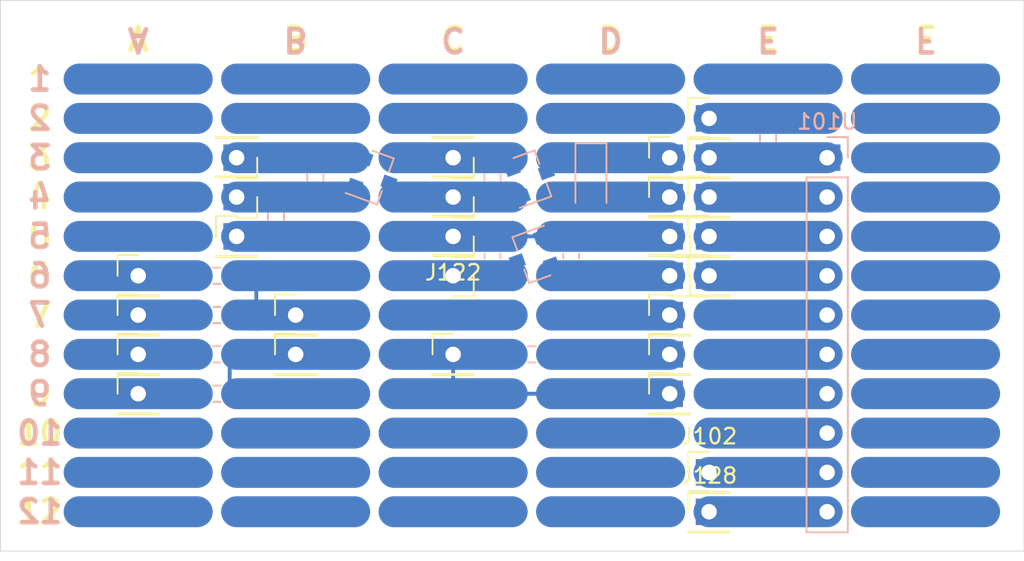
<source format=kicad_pcb>
(kicad_pcb (version 20171130) (host pcbnew "(5.1.10-0-10_14)")

  (general
    (thickness 1.6)
    (drawings 40)
    (tracks 104)
    (zones 0)
    (modules 44)
    (nets 18)
  )

  (page A4)
  (layers
    (0 F.Cu signal)
    (1 In1.Cu signal)
    (2 In2.Cu signal)
    (3 In3.Cu signal)
    (4 In4.Cu signal)
    (5 In5.Cu signal)
    (6 In6.Cu signal)
    (31 B.Cu signal)
    (32 B.Adhes user)
    (33 F.Adhes user)
    (34 B.Paste user)
    (35 F.Paste user)
    (36 B.SilkS user)
    (37 F.SilkS user)
    (38 B.Mask user)
    (39 F.Mask user)
    (40 Dwgs.User user)
    (41 Cmts.User user)
    (42 Eco1.User user)
    (43 Eco2.User user)
    (44 Edge.Cuts user)
    (45 Margin user)
    (46 B.CrtYd user)
    (47 F.CrtYd user)
    (48 B.Fab user)
    (49 F.Fab user)
  )

  (setup
    (last_trace_width 0.25)
    (user_trace_width 1)
    (user_trace_width 2)
    (trace_clearance 0.2)
    (zone_clearance 0.508)
    (zone_45_only no)
    (trace_min 0.2)
    (via_size 0.8)
    (via_drill 0.4)
    (via_min_size 0.4)
    (via_min_drill 0.3)
    (uvia_size 0.3)
    (uvia_drill 0.1)
    (uvias_allowed no)
    (uvia_min_size 0.2)
    (uvia_min_drill 0.1)
    (edge_width 0.05)
    (segment_width 0.2)
    (pcb_text_width 0.3)
    (pcb_text_size 1.5 1.5)
    (mod_edge_width 0.12)
    (mod_text_size 1 1)
    (mod_text_width 0.15)
    (pad_size 1.524 1.524)
    (pad_drill 0.762)
    (pad_to_mask_clearance 0)
    (aux_axis_origin 0 0)
    (visible_elements FFFFFF7F)
    (pcbplotparams
      (layerselection 0x010fc_ffffffff)
      (usegerberextensions false)
      (usegerberattributes true)
      (usegerberadvancedattributes true)
      (creategerberjobfile true)
      (excludeedgelayer true)
      (linewidth 0.100000)
      (plotframeref false)
      (viasonmask false)
      (mode 1)
      (useauxorigin false)
      (hpglpennumber 1)
      (hpglpenspeed 20)
      (hpglpendiameter 15.000000)
      (psnegative false)
      (psa4output false)
      (plotreference true)
      (plotvalue true)
      (plotinvisibletext false)
      (padsonsilk false)
      (subtractmaskfromsilk false)
      (outputformat 1)
      (mirror false)
      (drillshape 1)
      (scaleselection 1)
      (outputdirectory ""))
  )

  (net 0 "")
  (net 1 GND)
  (net 2 /DUT_5V)
  (net 3 /DUT_3V3)
  (net 4 /DUT_POWER)
  (net 5 "Net-(J104-Pad1)")
  (net 6 "Net-(J105-Pad1)")
  (net 7 +12V)
  (net 8 /DUT_12V)
  (net 9 /A2)
  (net 10 +3V3)
  (net 11 /CONTROLLER_GPIO15)
  (net 12 /CONTROLLER_GPIO14)
  (net 13 /CONTROLLER_SDA)
  (net 14 /CONTROLLER_SCL)
  (net 15 /FLASHER_GPIO15)
  (net 16 /FLASHER_GPIO14)
  (net 17 /A3)

  (net_class Default "This is the default net class."
    (clearance 0.2)
    (trace_width 0.25)
    (via_dia 0.8)
    (via_drill 0.4)
    (uvia_dia 0.3)
    (uvia_drill 0.1)
    (add_net +12V)
    (add_net +3V3)
    (add_net /A2)
    (add_net /A3)
    (add_net /CONTROLLER_GPIO14)
    (add_net /CONTROLLER_GPIO15)
    (add_net /CONTROLLER_SCL)
    (add_net /CONTROLLER_SDA)
    (add_net /DUT_12V)
    (add_net /DUT_3V3)
    (add_net /DUT_5V)
    (add_net /DUT_POWER)
    (add_net /FLASHER_GPIO14)
    (add_net /FLASHER_GPIO15)
    (add_net GND)
    (add_net "Net-(J104-Pad1)")
    (add_net "Net-(J105-Pad1)")
  )

  (module Connector_PinHeader_2.54mm:PinHeader_1x01_P2.54mm_Vertical (layer F.Cu) (tedit 59FED5CC) (tstamp 60925A32)
    (at 44.45 83.82 180)
    (descr "Through hole straight pin header, 1x01, 2.54mm pitch, single row")
    (tags "Through hole pin header THT 1x01 2.54mm single row")
    (path /60A00206)
    (fp_text reference J122 (at 0 -2.33) (layer F.SilkS)
      (effects (font (size 1 1) (thickness 0.15)))
    )
    (fp_text value Conn_01x01 (at 0 2.33) (layer F.Fab)
      (effects (font (size 1 1) (thickness 0.15)))
    )
    (fp_text user %R (at 0 0 90) (layer F.Fab)
      (effects (font (size 1 1) (thickness 0.15)))
    )
    (fp_line (start -0.635 -1.27) (end 1.27 -1.27) (layer F.Fab) (width 0.1))
    (fp_line (start 1.27 -1.27) (end 1.27 1.27) (layer F.Fab) (width 0.1))
    (fp_line (start 1.27 1.27) (end -1.27 1.27) (layer F.Fab) (width 0.1))
    (fp_line (start -1.27 1.27) (end -1.27 -0.635) (layer F.Fab) (width 0.1))
    (fp_line (start -1.27 -0.635) (end -0.635 -1.27) (layer F.Fab) (width 0.1))
    (fp_line (start -1.33 1.33) (end 1.33 1.33) (layer F.SilkS) (width 0.12))
    (fp_line (start -1.33 1.27) (end -1.33 1.33) (layer F.SilkS) (width 0.12))
    (fp_line (start 1.33 1.27) (end 1.33 1.33) (layer F.SilkS) (width 0.12))
    (fp_line (start -1.33 1.27) (end 1.33 1.27) (layer F.SilkS) (width 0.12))
    (fp_line (start -1.33 0) (end -1.33 -1.33) (layer F.SilkS) (width 0.12))
    (fp_line (start -1.33 -1.33) (end 0 -1.33) (layer F.SilkS) (width 0.12))
    (fp_line (start -1.8 -1.8) (end -1.8 1.8) (layer F.CrtYd) (width 0.05))
    (fp_line (start -1.8 1.8) (end 1.8 1.8) (layer F.CrtYd) (width 0.05))
    (fp_line (start 1.8 1.8) (end 1.8 -1.8) (layer F.CrtYd) (width 0.05))
    (fp_line (start 1.8 -1.8) (end -1.8 -1.8) (layer F.CrtYd) (width 0.05))
    (pad 1 thru_hole rect (at 0 0 180) (size 1.7 1.7) (drill 1) (layers *.Cu *.Mask)
      (net 1 GND))
    (model ${KISYS3DMOD}/Connector_PinHeader_2.54mm.3dshapes/PinHeader_1x01_P2.54mm_Vertical.wrl
      (at (xyz 0 0 0))
      (scale (xyz 1 1 1))
      (rotate (xyz 0 0 0))
    )
  )

  (module Connector_PinHeader_2.54mm:PinHeader_1x10_P2.54mm_Vertical (layer B.Cu) (tedit 59FED5CC) (tstamp 609192A9)
    (at 68.58 78.74 180)
    (descr "Through hole straight pin header, 1x10, 2.54mm pitch, single row")
    (tags "Through hole pin header THT 1x10 2.54mm single row")
    (path /6092EAB5)
    (fp_text reference U101 (at 0 2.33) (layer B.SilkS)
      (effects (font (size 1 1) (thickness 0.15)) (justify mirror))
    )
    (fp_text value ADS1115-module (at 0 -25.19) (layer B.Fab)
      (effects (font (size 1 1) (thickness 0.15)) (justify mirror))
    )
    (fp_text user %R (at 0 -11.43 270) (layer B.Fab)
      (effects (font (size 1 1) (thickness 0.15)) (justify mirror))
    )
    (fp_line (start -0.635 1.27) (end 1.27 1.27) (layer B.Fab) (width 0.1))
    (fp_line (start 1.27 1.27) (end 1.27 -24.13) (layer B.Fab) (width 0.1))
    (fp_line (start 1.27 -24.13) (end -1.27 -24.13) (layer B.Fab) (width 0.1))
    (fp_line (start -1.27 -24.13) (end -1.27 0.635) (layer B.Fab) (width 0.1))
    (fp_line (start -1.27 0.635) (end -0.635 1.27) (layer B.Fab) (width 0.1))
    (fp_line (start -1.33 -24.19) (end 1.33 -24.19) (layer B.SilkS) (width 0.12))
    (fp_line (start -1.33 -1.27) (end -1.33 -24.19) (layer B.SilkS) (width 0.12))
    (fp_line (start 1.33 -1.27) (end 1.33 -24.19) (layer B.SilkS) (width 0.12))
    (fp_line (start -1.33 -1.27) (end 1.33 -1.27) (layer B.SilkS) (width 0.12))
    (fp_line (start -1.33 0) (end -1.33 1.33) (layer B.SilkS) (width 0.12))
    (fp_line (start -1.33 1.33) (end 0 1.33) (layer B.SilkS) (width 0.12))
    (fp_line (start -1.8 1.8) (end -1.8 -24.65) (layer B.CrtYd) (width 0.05))
    (fp_line (start -1.8 -24.65) (end 1.8 -24.65) (layer B.CrtYd) (width 0.05))
    (fp_line (start 1.8 -24.65) (end 1.8 1.8) (layer B.CrtYd) (width 0.05))
    (fp_line (start 1.8 1.8) (end -1.8 1.8) (layer B.CrtYd) (width 0.05))
    (pad 10 thru_hole oval (at 0 -22.86 180) (size 1.7 1.7) (drill 1) (layers *.Cu *.Mask)
      (net 17 /A3))
    (pad 9 thru_hole oval (at 0 -20.32 180) (size 1.7 1.7) (drill 1) (layers *.Cu *.Mask)
      (net 9 /A2))
    (pad 8 thru_hole oval (at 0 -17.78 180) (size 1.7 1.7) (drill 1) (layers *.Cu *.Mask))
    (pad 7 thru_hole oval (at 0 -15.24 180) (size 1.7 1.7) (drill 1) (layers *.Cu *.Mask))
    (pad 6 thru_hole oval (at 0 -12.7 180) (size 1.7 1.7) (drill 1) (layers *.Cu *.Mask))
    (pad 5 thru_hole oval (at 0 -10.16 180) (size 1.7 1.7) (drill 1) (layers *.Cu *.Mask))
    (pad 4 thru_hole oval (at 0 -7.62 180) (size 1.7 1.7) (drill 1) (layers *.Cu *.Mask)
      (net 13 /CONTROLLER_SDA))
    (pad 3 thru_hole oval (at 0 -5.08 180) (size 1.7 1.7) (drill 1) (layers *.Cu *.Mask)
      (net 14 /CONTROLLER_SCL))
    (pad 2 thru_hole oval (at 0 -2.54 180) (size 1.7 1.7) (drill 1) (layers *.Cu *.Mask)
      (net 1 GND))
    (pad 1 thru_hole rect (at 0 0 180) (size 1.7 1.7) (drill 1) (layers *.Cu *.Mask)
      (net 10 +3V3))
    (model ${KISYS3DMOD}/Connector_PinHeader_2.54mm.3dshapes/PinHeader_1x10_P2.54mm_Vertical.wrl
      (at (xyz 0 0 0))
      (scale (xyz 1 1 1))
      (rotate (xyz 0 0 0))
    )
  )

  (module Connector_PinHeader_2.54mm:PinHeader_1x01_P2.54mm_Vertical (layer F.Cu) (tedit 59FED5CC) (tstamp 6092230E)
    (at 60.96 101.6)
    (descr "Through hole straight pin header, 1x01, 2.54mm pitch, single row")
    (tags "Through hole pin header THT 1x01 2.54mm single row")
    (path /609E66AD)
    (fp_text reference J128 (at 0 -2.33) (layer F.SilkS)
      (effects (font (size 1 1) (thickness 0.15)))
    )
    (fp_text value Conn_01x01 (at 0 2.33) (layer F.Fab)
      (effects (font (size 1 1) (thickness 0.15)))
    )
    (fp_text user %R (at 0 0 90) (layer F.Fab)
      (effects (font (size 1 1) (thickness 0.15)))
    )
    (fp_line (start -0.635 -1.27) (end 1.27 -1.27) (layer F.Fab) (width 0.1))
    (fp_line (start 1.27 -1.27) (end 1.27 1.27) (layer F.Fab) (width 0.1))
    (fp_line (start 1.27 1.27) (end -1.27 1.27) (layer F.Fab) (width 0.1))
    (fp_line (start -1.27 1.27) (end -1.27 -0.635) (layer F.Fab) (width 0.1))
    (fp_line (start -1.27 -0.635) (end -0.635 -1.27) (layer F.Fab) (width 0.1))
    (fp_line (start -1.33 1.33) (end 1.33 1.33) (layer F.SilkS) (width 0.12))
    (fp_line (start -1.33 1.27) (end -1.33 1.33) (layer F.SilkS) (width 0.12))
    (fp_line (start 1.33 1.27) (end 1.33 1.33) (layer F.SilkS) (width 0.12))
    (fp_line (start -1.33 1.27) (end 1.33 1.27) (layer F.SilkS) (width 0.12))
    (fp_line (start -1.33 0) (end -1.33 -1.33) (layer F.SilkS) (width 0.12))
    (fp_line (start -1.33 -1.33) (end 0 -1.33) (layer F.SilkS) (width 0.12))
    (fp_line (start -1.8 -1.8) (end -1.8 1.8) (layer F.CrtYd) (width 0.05))
    (fp_line (start -1.8 1.8) (end 1.8 1.8) (layer F.CrtYd) (width 0.05))
    (fp_line (start 1.8 1.8) (end 1.8 -1.8) (layer F.CrtYd) (width 0.05))
    (fp_line (start 1.8 -1.8) (end -1.8 -1.8) (layer F.CrtYd) (width 0.05))
    (pad 1 thru_hole rect (at 0 0) (size 1.7 1.7) (drill 1) (layers *.Cu *.Mask)
      (net 17 /A3))
    (model ${KISYS3DMOD}/Connector_PinHeader_2.54mm.3dshapes/PinHeader_1x01_P2.54mm_Vertical.wrl
      (at (xyz 0 0 0))
      (scale (xyz 1 1 1))
      (rotate (xyz 0 0 0))
    )
  )

  (module Connector_PinHeader_2.54mm:PinHeader_1x01_P2.54mm_Vertical (layer F.Cu) (tedit 59FED5CC) (tstamp 60921F11)
    (at 60.96 99.06)
    (descr "Through hole straight pin header, 1x01, 2.54mm pitch, single row")
    (tags "Through hole pin header THT 1x01 2.54mm single row")
    (path /609E6DDC)
    (fp_text reference J102 (at 0 -2.33) (layer F.SilkS)
      (effects (font (size 1 1) (thickness 0.15)))
    )
    (fp_text value Conn_01x01 (at 0 2.33) (layer F.Fab)
      (effects (font (size 1 1) (thickness 0.15)))
    )
    (fp_text user %R (at 0 0 90) (layer F.Fab)
      (effects (font (size 1 1) (thickness 0.15)))
    )
    (fp_line (start -0.635 -1.27) (end 1.27 -1.27) (layer F.Fab) (width 0.1))
    (fp_line (start 1.27 -1.27) (end 1.27 1.27) (layer F.Fab) (width 0.1))
    (fp_line (start 1.27 1.27) (end -1.27 1.27) (layer F.Fab) (width 0.1))
    (fp_line (start -1.27 1.27) (end -1.27 -0.635) (layer F.Fab) (width 0.1))
    (fp_line (start -1.27 -0.635) (end -0.635 -1.27) (layer F.Fab) (width 0.1))
    (fp_line (start -1.33 1.33) (end 1.33 1.33) (layer F.SilkS) (width 0.12))
    (fp_line (start -1.33 1.27) (end -1.33 1.33) (layer F.SilkS) (width 0.12))
    (fp_line (start 1.33 1.27) (end 1.33 1.33) (layer F.SilkS) (width 0.12))
    (fp_line (start -1.33 1.27) (end 1.33 1.27) (layer F.SilkS) (width 0.12))
    (fp_line (start -1.33 0) (end -1.33 -1.33) (layer F.SilkS) (width 0.12))
    (fp_line (start -1.33 -1.33) (end 0 -1.33) (layer F.SilkS) (width 0.12))
    (fp_line (start -1.8 -1.8) (end -1.8 1.8) (layer F.CrtYd) (width 0.05))
    (fp_line (start -1.8 1.8) (end 1.8 1.8) (layer F.CrtYd) (width 0.05))
    (fp_line (start 1.8 1.8) (end 1.8 -1.8) (layer F.CrtYd) (width 0.05))
    (fp_line (start 1.8 -1.8) (end -1.8 -1.8) (layer F.CrtYd) (width 0.05))
    (pad 1 thru_hole rect (at 0 0) (size 1.7 1.7) (drill 1) (layers *.Cu *.Mask)
      (net 9 /A2))
    (model ${KISYS3DMOD}/Connector_PinHeader_2.54mm.3dshapes/PinHeader_1x01_P2.54mm_Vertical.wrl
      (at (xyz 0 0 0))
      (scale (xyz 1 1 1))
      (rotate (xyz 0 0 0))
    )
  )

  (module Connector_PinHeader_2.54mm:PinHeader_1x01_P2.54mm_Vertical (layer F.Cu) (tedit 59FED5CC) (tstamp 6091FBA7)
    (at 60.96 78.74)
    (descr "Through hole straight pin header, 1x01, 2.54mm pitch, single row")
    (tags "Through hole pin header THT 1x01 2.54mm single row")
    (path /609D761B)
    (fp_text reference J114 (at 0 -2.33) (layer F.SilkS) hide
      (effects (font (size 1 1) (thickness 0.15)))
    )
    (fp_text value Conn_01x01 (at 0 2.33) (layer F.Fab) hide
      (effects (font (size 1 1) (thickness 0.15)))
    )
    (fp_text user %R (at 0 0 90) (layer F.Fab) hide
      (effects (font (size 1 1) (thickness 0.15)))
    )
    (fp_line (start -0.635 -1.27) (end 1.27 -1.27) (layer F.Fab) (width 0.1))
    (fp_line (start 1.27 -1.27) (end 1.27 1.27) (layer F.Fab) (width 0.1))
    (fp_line (start 1.27 1.27) (end -1.27 1.27) (layer F.Fab) (width 0.1))
    (fp_line (start -1.27 1.27) (end -1.27 -0.635) (layer F.Fab) (width 0.1))
    (fp_line (start -1.27 -0.635) (end -0.635 -1.27) (layer F.Fab) (width 0.1))
    (fp_line (start -1.33 1.33) (end 1.33 1.33) (layer F.SilkS) (width 0.12))
    (fp_line (start -1.33 1.27) (end -1.33 1.33) (layer F.SilkS) (width 0.12))
    (fp_line (start 1.33 1.27) (end 1.33 1.33) (layer F.SilkS) (width 0.12))
    (fp_line (start -1.33 1.27) (end 1.33 1.27) (layer F.SilkS) (width 0.12))
    (fp_line (start -1.33 0) (end -1.33 -1.33) (layer F.SilkS) (width 0.12))
    (fp_line (start -1.33 -1.33) (end 0 -1.33) (layer F.SilkS) (width 0.12))
    (fp_line (start -1.8 -1.8) (end -1.8 1.8) (layer F.CrtYd) (width 0.05))
    (fp_line (start -1.8 1.8) (end 1.8 1.8) (layer F.CrtYd) (width 0.05))
    (fp_line (start 1.8 1.8) (end 1.8 -1.8) (layer F.CrtYd) (width 0.05))
    (fp_line (start 1.8 -1.8) (end -1.8 -1.8) (layer F.CrtYd) (width 0.05))
    (pad 1 thru_hole rect (at 0 0) (size 1.7 1.7) (drill 1) (layers *.Cu *.Mask)
      (net 10 +3V3))
    (model ${KISYS3DMOD}/Connector_PinHeader_2.54mm.3dshapes/PinHeader_1x01_P2.54mm_Vertical.wrl
      (at (xyz 0 0 0))
      (scale (xyz 1 1 1))
      (rotate (xyz 0 0 0))
    )
  )

  (module Connector_PinHeader_2.54mm:PinHeader_1x01_P2.54mm_Vertical (layer F.Cu) (tedit 59FED5CC) (tstamp 6091ED56)
    (at 44.45 86.36 180)
    (descr "Through hole straight pin header, 1x01, 2.54mm pitch, single row")
    (tags "Through hole pin header THT 1x01 2.54mm single row")
    (path /609D0E01)
    (fp_text reference J113 (at 0 -2.33) (layer F.SilkS) hide
      (effects (font (size 1 1) (thickness 0.15)))
    )
    (fp_text value Conn_01x01 (at 0 2.33) (layer F.Fab) hide
      (effects (font (size 1 1) (thickness 0.15)))
    )
    (fp_text user %R (at 0 0 90) (layer F.Fab) hide
      (effects (font (size 1 1) (thickness 0.15)))
    )
    (fp_line (start -0.635 -1.27) (end 1.27 -1.27) (layer F.Fab) (width 0.1))
    (fp_line (start 1.27 -1.27) (end 1.27 1.27) (layer F.Fab) (width 0.1))
    (fp_line (start 1.27 1.27) (end -1.27 1.27) (layer F.Fab) (width 0.1))
    (fp_line (start -1.27 1.27) (end -1.27 -0.635) (layer F.Fab) (width 0.1))
    (fp_line (start -1.27 -0.635) (end -0.635 -1.27) (layer F.Fab) (width 0.1))
    (fp_line (start -1.33 1.33) (end 1.33 1.33) (layer F.SilkS) (width 0.12))
    (fp_line (start -1.33 1.27) (end -1.33 1.33) (layer F.SilkS) (width 0.12))
    (fp_line (start 1.33 1.27) (end 1.33 1.33) (layer F.SilkS) (width 0.12))
    (fp_line (start -1.33 1.27) (end 1.33 1.27) (layer F.SilkS) (width 0.12))
    (fp_line (start -1.33 0) (end -1.33 -1.33) (layer F.SilkS) (width 0.12))
    (fp_line (start -1.33 -1.33) (end 0 -1.33) (layer F.SilkS) (width 0.12))
    (fp_line (start -1.8 -1.8) (end -1.8 1.8) (layer F.CrtYd) (width 0.05))
    (fp_line (start -1.8 1.8) (end 1.8 1.8) (layer F.CrtYd) (width 0.05))
    (fp_line (start 1.8 1.8) (end 1.8 -1.8) (layer F.CrtYd) (width 0.05))
    (fp_line (start 1.8 -1.8) (end -1.8 -1.8) (layer F.CrtYd) (width 0.05))
    (pad 1 thru_hole rect (at 0 0 180) (size 1.7 1.7) (drill 1) (layers *.Cu *.Mask)
      (net 2 /DUT_5V))
    (model ${KISYS3DMOD}/Connector_PinHeader_2.54mm.3dshapes/PinHeader_1x01_P2.54mm_Vertical.wrl
      (at (xyz 0 0 0))
      (scale (xyz 1 1 1))
      (rotate (xyz 0 0 0))
    )
  )

  (module Connector_PinHeader_2.54mm:PinHeader_1x01_P2.54mm_Vertical (layer F.Cu) (tedit 59FED5CC) (tstamp 6091D25C)
    (at 58.42 83.82 180)
    (descr "Through hole straight pin header, 1x01, 2.54mm pitch, single row")
    (tags "Through hole pin header THT 1x01 2.54mm single row")
    (path /609BDEFA)
    (fp_text reference J127 (at 0 -2.33) (layer F.SilkS) hide
      (effects (font (size 1 1) (thickness 0.15)))
    )
    (fp_text value Conn_01x01 (at 0 2.33) (layer F.Fab) hide
      (effects (font (size 1 1) (thickness 0.15)))
    )
    (fp_text user %R (at 0 0 90) (layer F.Fab) hide
      (effects (font (size 1 1) (thickness 0.15)))
    )
    (fp_line (start -0.635 -1.27) (end 1.27 -1.27) (layer F.Fab) (width 0.1))
    (fp_line (start 1.27 -1.27) (end 1.27 1.27) (layer F.Fab) (width 0.1))
    (fp_line (start 1.27 1.27) (end -1.27 1.27) (layer F.Fab) (width 0.1))
    (fp_line (start -1.27 1.27) (end -1.27 -0.635) (layer F.Fab) (width 0.1))
    (fp_line (start -1.27 -0.635) (end -0.635 -1.27) (layer F.Fab) (width 0.1))
    (fp_line (start -1.33 1.33) (end 1.33 1.33) (layer F.SilkS) (width 0.12))
    (fp_line (start -1.33 1.27) (end -1.33 1.33) (layer F.SilkS) (width 0.12))
    (fp_line (start 1.33 1.27) (end 1.33 1.33) (layer F.SilkS) (width 0.12))
    (fp_line (start -1.33 1.27) (end 1.33 1.27) (layer F.SilkS) (width 0.12))
    (fp_line (start -1.33 0) (end -1.33 -1.33) (layer F.SilkS) (width 0.12))
    (fp_line (start -1.33 -1.33) (end 0 -1.33) (layer F.SilkS) (width 0.12))
    (fp_line (start -1.8 -1.8) (end -1.8 1.8) (layer F.CrtYd) (width 0.05))
    (fp_line (start -1.8 1.8) (end 1.8 1.8) (layer F.CrtYd) (width 0.05))
    (fp_line (start 1.8 1.8) (end 1.8 -1.8) (layer F.CrtYd) (width 0.05))
    (fp_line (start 1.8 -1.8) (end -1.8 -1.8) (layer F.CrtYd) (width 0.05))
    (pad 1 thru_hole rect (at 0 0 180) (size 1.7 1.7) (drill 1) (layers *.Cu *.Mask)
      (net 1 GND))
    (model ${KISYS3DMOD}/Connector_PinHeader_2.54mm.3dshapes/PinHeader_1x01_P2.54mm_Vertical.wrl
      (at (xyz 0 0 0))
      (scale (xyz 1 1 1))
      (rotate (xyz 0 0 0))
    )
  )

  (module Connector_PinHeader_2.54mm:PinHeader_1x01_P2.54mm_Vertical (layer F.Cu) (tedit 59FED5CC) (tstamp 6091C37B)
    (at 58.42 81.28)
    (descr "Through hole straight pin header, 1x01, 2.54mm pitch, single row")
    (tags "Through hole pin header THT 1x01 2.54mm single row")
    (path /609B73FA)
    (fp_text reference J126 (at 0 -2.33) (layer F.SilkS) hide
      (effects (font (size 1 1) (thickness 0.15)))
    )
    (fp_text value Conn_01x01 (at 0 2.33) (layer F.Fab) hide
      (effects (font (size 1 1) (thickness 0.15)))
    )
    (fp_text user %R (at 0 0 90) (layer F.Fab) hide
      (effects (font (size 1 1) (thickness 0.15)))
    )
    (fp_line (start -0.635 -1.27) (end 1.27 -1.27) (layer F.Fab) (width 0.1))
    (fp_line (start 1.27 -1.27) (end 1.27 1.27) (layer F.Fab) (width 0.1))
    (fp_line (start 1.27 1.27) (end -1.27 1.27) (layer F.Fab) (width 0.1))
    (fp_line (start -1.27 1.27) (end -1.27 -0.635) (layer F.Fab) (width 0.1))
    (fp_line (start -1.27 -0.635) (end -0.635 -1.27) (layer F.Fab) (width 0.1))
    (fp_line (start -1.33 1.33) (end 1.33 1.33) (layer F.SilkS) (width 0.12))
    (fp_line (start -1.33 1.27) (end -1.33 1.33) (layer F.SilkS) (width 0.12))
    (fp_line (start 1.33 1.27) (end 1.33 1.33) (layer F.SilkS) (width 0.12))
    (fp_line (start -1.33 1.27) (end 1.33 1.27) (layer F.SilkS) (width 0.12))
    (fp_line (start -1.33 0) (end -1.33 -1.33) (layer F.SilkS) (width 0.12))
    (fp_line (start -1.33 -1.33) (end 0 -1.33) (layer F.SilkS) (width 0.12))
    (fp_line (start -1.8 -1.8) (end -1.8 1.8) (layer F.CrtYd) (width 0.05))
    (fp_line (start -1.8 1.8) (end 1.8 1.8) (layer F.CrtYd) (width 0.05))
    (fp_line (start 1.8 1.8) (end 1.8 -1.8) (layer F.CrtYd) (width 0.05))
    (fp_line (start 1.8 -1.8) (end -1.8 -1.8) (layer F.CrtYd) (width 0.05))
    (pad 1 thru_hole rect (at 0 0) (size 1.7 1.7) (drill 1) (layers *.Cu *.Mask)
      (net 1 GND))
    (model ${KISYS3DMOD}/Connector_PinHeader_2.54mm.3dshapes/PinHeader_1x01_P2.54mm_Vertical.wrl
      (at (xyz 0 0 0))
      (scale (xyz 1 1 1))
      (rotate (xyz 0 0 0))
    )
  )

  (module Connector_PinHeader_2.54mm:PinHeader_1x01_P2.54mm_Vertical (layer F.Cu) (tedit 59FED5CC) (tstamp 6091B5E9)
    (at 60.96 81.28)
    (descr "Through hole straight pin header, 1x01, 2.54mm pitch, single row")
    (tags "Through hole pin header THT 1x01 2.54mm single row")
    (path /609B3136)
    (fp_text reference J125 (at 0 -2.33) (layer F.SilkS) hide
      (effects (font (size 1 1) (thickness 0.15)))
    )
    (fp_text value Conn_01x01 (at 0 2.33) (layer F.Fab) hide
      (effects (font (size 1 1) (thickness 0.15)))
    )
    (fp_text user %R (at 0 0 90) (layer F.Fab) hide
      (effects (font (size 1 1) (thickness 0.15)))
    )
    (fp_line (start -0.635 -1.27) (end 1.27 -1.27) (layer F.Fab) (width 0.1))
    (fp_line (start 1.27 -1.27) (end 1.27 1.27) (layer F.Fab) (width 0.1))
    (fp_line (start 1.27 1.27) (end -1.27 1.27) (layer F.Fab) (width 0.1))
    (fp_line (start -1.27 1.27) (end -1.27 -0.635) (layer F.Fab) (width 0.1))
    (fp_line (start -1.27 -0.635) (end -0.635 -1.27) (layer F.Fab) (width 0.1))
    (fp_line (start -1.33 1.33) (end 1.33 1.33) (layer F.SilkS) (width 0.12))
    (fp_line (start -1.33 1.27) (end -1.33 1.33) (layer F.SilkS) (width 0.12))
    (fp_line (start 1.33 1.27) (end 1.33 1.33) (layer F.SilkS) (width 0.12))
    (fp_line (start -1.33 1.27) (end 1.33 1.27) (layer F.SilkS) (width 0.12))
    (fp_line (start -1.33 0) (end -1.33 -1.33) (layer F.SilkS) (width 0.12))
    (fp_line (start -1.33 -1.33) (end 0 -1.33) (layer F.SilkS) (width 0.12))
    (fp_line (start -1.8 -1.8) (end -1.8 1.8) (layer F.CrtYd) (width 0.05))
    (fp_line (start -1.8 1.8) (end 1.8 1.8) (layer F.CrtYd) (width 0.05))
    (fp_line (start 1.8 1.8) (end 1.8 -1.8) (layer F.CrtYd) (width 0.05))
    (fp_line (start 1.8 -1.8) (end -1.8 -1.8) (layer F.CrtYd) (width 0.05))
    (pad 1 thru_hole rect (at 0 0) (size 1.7 1.7) (drill 1) (layers *.Cu *.Mask)
      (net 1 GND))
    (model ${KISYS3DMOD}/Connector_PinHeader_2.54mm.3dshapes/PinHeader_1x01_P2.54mm_Vertical.wrl
      (at (xyz 0 0 0))
      (scale (xyz 1 1 1))
      (rotate (xyz 0 0 0))
    )
  )

  (module Connector_PinHeader_2.54mm:PinHeader_1x01_P2.54mm_Vertical (layer F.Cu) (tedit 59FED5CC) (tstamp 6091B5D4)
    (at 24.13 93.98)
    (descr "Through hole straight pin header, 1x01, 2.54mm pitch, single row")
    (tags "Through hole pin header THT 1x01 2.54mm single row")
    (path /609B0650)
    (fp_text reference J124 (at 0 -2.33) (layer F.SilkS) hide
      (effects (font (size 1 1) (thickness 0.15)))
    )
    (fp_text value Conn_01x01 (at 0 2.33) (layer F.Fab) hide
      (effects (font (size 1 1) (thickness 0.15)))
    )
    (fp_text user %R (at 0 0 90) (layer F.Fab) hide
      (effects (font (size 1 1) (thickness 0.15)))
    )
    (fp_line (start -0.635 -1.27) (end 1.27 -1.27) (layer F.Fab) (width 0.1))
    (fp_line (start 1.27 -1.27) (end 1.27 1.27) (layer F.Fab) (width 0.1))
    (fp_line (start 1.27 1.27) (end -1.27 1.27) (layer F.Fab) (width 0.1))
    (fp_line (start -1.27 1.27) (end -1.27 -0.635) (layer F.Fab) (width 0.1))
    (fp_line (start -1.27 -0.635) (end -0.635 -1.27) (layer F.Fab) (width 0.1))
    (fp_line (start -1.33 1.33) (end 1.33 1.33) (layer F.SilkS) (width 0.12))
    (fp_line (start -1.33 1.27) (end -1.33 1.33) (layer F.SilkS) (width 0.12))
    (fp_line (start 1.33 1.27) (end 1.33 1.33) (layer F.SilkS) (width 0.12))
    (fp_line (start -1.33 1.27) (end 1.33 1.27) (layer F.SilkS) (width 0.12))
    (fp_line (start -1.33 0) (end -1.33 -1.33) (layer F.SilkS) (width 0.12))
    (fp_line (start -1.33 -1.33) (end 0 -1.33) (layer F.SilkS) (width 0.12))
    (fp_line (start -1.8 -1.8) (end -1.8 1.8) (layer F.CrtYd) (width 0.05))
    (fp_line (start -1.8 1.8) (end 1.8 1.8) (layer F.CrtYd) (width 0.05))
    (fp_line (start 1.8 1.8) (end 1.8 -1.8) (layer F.CrtYd) (width 0.05))
    (fp_line (start 1.8 -1.8) (end -1.8 -1.8) (layer F.CrtYd) (width 0.05))
    (pad 1 thru_hole rect (at 0 0) (size 1.7 1.7) (drill 1) (layers *.Cu *.Mask)
      (net 1 GND))
    (model ${KISYS3DMOD}/Connector_PinHeader_2.54mm.3dshapes/PinHeader_1x01_P2.54mm_Vertical.wrl
      (at (xyz 0 0 0))
      (scale (xyz 1 1 1))
      (rotate (xyz 0 0 0))
    )
  )

  (module Connector_PinHeader_2.54mm:PinHeader_1x01_P2.54mm_Vertical (layer F.Cu) (tedit 59FED5CC) (tstamp 6091B5BF)
    (at 24.13 88.9)
    (descr "Through hole straight pin header, 1x01, 2.54mm pitch, single row")
    (tags "Through hole pin header THT 1x01 2.54mm single row")
    (path /609B1BE5)
    (fp_text reference J123 (at 0 -2.33) (layer F.SilkS) hide
      (effects (font (size 1 1) (thickness 0.15)))
    )
    (fp_text value Conn_01x01 (at 0 2.33) (layer F.Fab) hide
      (effects (font (size 1 1) (thickness 0.15)))
    )
    (fp_text user %R (at 0 0 90) (layer F.Fab) hide
      (effects (font (size 1 1) (thickness 0.15)))
    )
    (fp_line (start -0.635 -1.27) (end 1.27 -1.27) (layer F.Fab) (width 0.1))
    (fp_line (start 1.27 -1.27) (end 1.27 1.27) (layer F.Fab) (width 0.1))
    (fp_line (start 1.27 1.27) (end -1.27 1.27) (layer F.Fab) (width 0.1))
    (fp_line (start -1.27 1.27) (end -1.27 -0.635) (layer F.Fab) (width 0.1))
    (fp_line (start -1.27 -0.635) (end -0.635 -1.27) (layer F.Fab) (width 0.1))
    (fp_line (start -1.33 1.33) (end 1.33 1.33) (layer F.SilkS) (width 0.12))
    (fp_line (start -1.33 1.27) (end -1.33 1.33) (layer F.SilkS) (width 0.12))
    (fp_line (start 1.33 1.27) (end 1.33 1.33) (layer F.SilkS) (width 0.12))
    (fp_line (start -1.33 1.27) (end 1.33 1.27) (layer F.SilkS) (width 0.12))
    (fp_line (start -1.33 0) (end -1.33 -1.33) (layer F.SilkS) (width 0.12))
    (fp_line (start -1.33 -1.33) (end 0 -1.33) (layer F.SilkS) (width 0.12))
    (fp_line (start -1.8 -1.8) (end -1.8 1.8) (layer F.CrtYd) (width 0.05))
    (fp_line (start -1.8 1.8) (end 1.8 1.8) (layer F.CrtYd) (width 0.05))
    (fp_line (start 1.8 1.8) (end 1.8 -1.8) (layer F.CrtYd) (width 0.05))
    (fp_line (start 1.8 -1.8) (end -1.8 -1.8) (layer F.CrtYd) (width 0.05))
    (pad 1 thru_hole rect (at 0 0) (size 1.7 1.7) (drill 1) (layers *.Cu *.Mask)
      (net 1 GND))
    (model ${KISYS3DMOD}/Connector_PinHeader_2.54mm.3dshapes/PinHeader_1x01_P2.54mm_Vertical.wrl
      (at (xyz 0 0 0))
      (scale (xyz 1 1 1))
      (rotate (xyz 0 0 0))
    )
  )

  (module Package_TO_SOT_SMD:SOT-23 (layer B.Cu) (tedit 5A02FF57) (tstamp 609192BE)
    (at 49.53 85.09 200)
    (descr "SOT-23, Standard")
    (tags SOT-23)
    (path /6095F055)
    (attr smd)
    (fp_text reference U102 (at 0 2.5 200) (layer B.SilkS) hide
      (effects (font (size 1 1) (thickness 0.15)) (justify mirror))
    )
    (fp_text value H7533 (at 0 -2.5 200) (layer B.Fab) hide
      (effects (font (size 1 1) (thickness 0.15)) (justify mirror))
    )
    (fp_text user %R (at 0 0 290) (layer B.Fab) hide
      (effects (font (size 0.5 0.5) (thickness 0.075)) (justify mirror))
    )
    (fp_line (start -0.7 0.95) (end -0.7 -1.5) (layer B.Fab) (width 0.1))
    (fp_line (start -0.15 1.52) (end 0.7 1.52) (layer B.Fab) (width 0.1))
    (fp_line (start -0.7 0.95) (end -0.15 1.52) (layer B.Fab) (width 0.1))
    (fp_line (start 0.7 1.52) (end 0.7 -1.52) (layer B.Fab) (width 0.1))
    (fp_line (start -0.7 -1.52) (end 0.7 -1.52) (layer B.Fab) (width 0.1))
    (fp_line (start 0.76 -1.58) (end 0.76 -0.65) (layer B.SilkS) (width 0.12))
    (fp_line (start 0.76 1.58) (end 0.76 0.65) (layer B.SilkS) (width 0.12))
    (fp_line (start -1.7 1.75) (end 1.7 1.75) (layer B.CrtYd) (width 0.05))
    (fp_line (start 1.7 1.75) (end 1.7 -1.75) (layer B.CrtYd) (width 0.05))
    (fp_line (start 1.7 -1.75) (end -1.7 -1.75) (layer B.CrtYd) (width 0.05))
    (fp_line (start -1.7 -1.75) (end -1.7 1.75) (layer B.CrtYd) (width 0.05))
    (fp_line (start 0.76 1.58) (end -1.4 1.58) (layer B.SilkS) (width 0.12))
    (fp_line (start 0.76 -1.58) (end -0.7 -1.58) (layer B.SilkS) (width 0.12))
    (pad 3 smd rect (at 1 0 200) (size 0.9 0.8) (layers B.Cu B.Paste B.Mask)
      (net 2 /DUT_5V))
    (pad 2 smd rect (at -1 -0.95 200) (size 0.9 0.8) (layers B.Cu B.Paste B.Mask)
      (net 3 /DUT_3V3))
    (pad 1 smd rect (at -1 0.95 200) (size 0.9 0.8) (layers B.Cu B.Paste B.Mask)
      (net 1 GND))
    (model ${KISYS3DMOD}/Package_TO_SOT_SMD.3dshapes/SOT-23.wrl
      (at (xyz 0 0 0))
      (scale (xyz 1 1 1))
      (rotate (xyz 0 0 0))
    )
  )

  (module Resistor_SMD:R_0603_1608Metric (layer B.Cu) (tedit 5F68FEEE) (tstamp 6091D56E)
    (at 49.53 91.44 180)
    (descr "Resistor SMD 0603 (1608 Metric), square (rectangular) end terminal, IPC_7351 nominal, (Body size source: IPC-SM-782 page 72, https://www.pcb-3d.com/wordpress/wp-content/uploads/ipc-sm-782a_amendment_1_and_2.pdf), generated with kicad-footprint-generator")
    (tags resistor)
    (path /6094970D)
    (attr smd)
    (fp_text reference R109 (at 0 1.43) (layer B.SilkS) hide
      (effects (font (size 1 1) (thickness 0.15)) (justify mirror))
    )
    (fp_text value 1k (at 0 -1.43) (layer B.Fab) hide
      (effects (font (size 1 1) (thickness 0.15)) (justify mirror))
    )
    (fp_text user %R (at 0 0) (layer B.Fab) hide
      (effects (font (size 0.4 0.4) (thickness 0.06)) (justify mirror))
    )
    (fp_line (start -0.8 -0.4125) (end -0.8 0.4125) (layer B.Fab) (width 0.1))
    (fp_line (start -0.8 0.4125) (end 0.8 0.4125) (layer B.Fab) (width 0.1))
    (fp_line (start 0.8 0.4125) (end 0.8 -0.4125) (layer B.Fab) (width 0.1))
    (fp_line (start 0.8 -0.4125) (end -0.8 -0.4125) (layer B.Fab) (width 0.1))
    (fp_line (start -0.237258 0.5225) (end 0.237258 0.5225) (layer B.SilkS) (width 0.12))
    (fp_line (start -0.237258 -0.5225) (end 0.237258 -0.5225) (layer B.SilkS) (width 0.12))
    (fp_line (start -1.48 -0.73) (end -1.48 0.73) (layer B.CrtYd) (width 0.05))
    (fp_line (start -1.48 0.73) (end 1.48 0.73) (layer B.CrtYd) (width 0.05))
    (fp_line (start 1.48 0.73) (end 1.48 -0.73) (layer B.CrtYd) (width 0.05))
    (fp_line (start 1.48 -0.73) (end -1.48 -0.73) (layer B.CrtYd) (width 0.05))
    (pad 2 smd roundrect (at 0.825 0 180) (size 0.8 0.95) (layers B.Cu B.Paste B.Mask) (roundrect_rratio 0.25)
      (net 15 /FLASHER_GPIO15))
    (pad 1 smd roundrect (at -0.825 0 180) (size 0.8 0.95) (layers B.Cu B.Paste B.Mask) (roundrect_rratio 0.25)
      (net 16 /FLASHER_GPIO14))
    (model ${KISYS3DMOD}/Resistor_SMD.3dshapes/R_0603_1608Metric.wrl
      (at (xyz 0 0 0))
      (scale (xyz 1 1 1))
      (rotate (xyz 0 0 0))
    )
  )

  (module Resistor_SMD:R_0603_1608Metric (layer B.Cu) (tedit 5F68FEEE) (tstamp 6091927C)
    (at 29.21 93.98 180)
    (descr "Resistor SMD 0603 (1608 Metric), square (rectangular) end terminal, IPC_7351 nominal, (Body size source: IPC-SM-782 page 72, https://www.pcb-3d.com/wordpress/wp-content/uploads/ipc-sm-782a_amendment_1_and_2.pdf), generated with kicad-footprint-generator")
    (tags resistor)
    (path /6094061B)
    (attr smd)
    (fp_text reference R108 (at 0 1.43) (layer B.SilkS) hide
      (effects (font (size 1 1) (thickness 0.15)) (justify mirror))
    )
    (fp_text value 1k (at 0 -1.43) (layer B.Fab) hide
      (effects (font (size 1 1) (thickness 0.15)) (justify mirror))
    )
    (fp_text user %R (at 0 0) (layer B.Fab) hide
      (effects (font (size 0.4 0.4) (thickness 0.06)) (justify mirror))
    )
    (fp_line (start -0.8 -0.4125) (end -0.8 0.4125) (layer B.Fab) (width 0.1))
    (fp_line (start -0.8 0.4125) (end 0.8 0.4125) (layer B.Fab) (width 0.1))
    (fp_line (start 0.8 0.4125) (end 0.8 -0.4125) (layer B.Fab) (width 0.1))
    (fp_line (start 0.8 -0.4125) (end -0.8 -0.4125) (layer B.Fab) (width 0.1))
    (fp_line (start -0.237258 0.5225) (end 0.237258 0.5225) (layer B.SilkS) (width 0.12))
    (fp_line (start -0.237258 -0.5225) (end 0.237258 -0.5225) (layer B.SilkS) (width 0.12))
    (fp_line (start -1.48 -0.73) (end -1.48 0.73) (layer B.CrtYd) (width 0.05))
    (fp_line (start -1.48 0.73) (end 1.48 0.73) (layer B.CrtYd) (width 0.05))
    (fp_line (start 1.48 0.73) (end 1.48 -0.73) (layer B.CrtYd) (width 0.05))
    (fp_line (start 1.48 -0.73) (end -1.48 -0.73) (layer B.CrtYd) (width 0.05))
    (pad 2 smd roundrect (at 0.825 0 180) (size 0.8 0.95) (layers B.Cu B.Paste B.Mask) (roundrect_rratio 0.25)
      (net 1 GND))
    (pad 1 smd roundrect (at -0.825 0 180) (size 0.8 0.95) (layers B.Cu B.Paste B.Mask) (roundrect_rratio 0.25)
      (net 17 /A3))
    (model ${KISYS3DMOD}/Resistor_SMD.3dshapes/R_0603_1608Metric.wrl
      (at (xyz 0 0 0))
      (scale (xyz 1 1 1))
      (rotate (xyz 0 0 0))
    )
  )

  (module Resistor_SMD:R_0603_1608Metric (layer B.Cu) (tedit 5F68FEEE) (tstamp 6091926B)
    (at 29.21 91.44)
    (descr "Resistor SMD 0603 (1608 Metric), square (rectangular) end terminal, IPC_7351 nominal, (Body size source: IPC-SM-782 page 72, https://www.pcb-3d.com/wordpress/wp-content/uploads/ipc-sm-782a_amendment_1_and_2.pdf), generated with kicad-footprint-generator")
    (tags resistor)
    (path /60940615)
    (attr smd)
    (fp_text reference R107 (at 0 1.43) (layer B.SilkS) hide
      (effects (font (size 1 1) (thickness 0.15)) (justify mirror))
    )
    (fp_text value 4k (at 0 -1.43) (layer B.Fab) hide
      (effects (font (size 1 1) (thickness 0.15)) (justify mirror))
    )
    (fp_text user %R (at 0 0) (layer B.Fab) hide
      (effects (font (size 0.4 0.4) (thickness 0.06)) (justify mirror))
    )
    (fp_line (start -0.8 -0.4125) (end -0.8 0.4125) (layer B.Fab) (width 0.1))
    (fp_line (start -0.8 0.4125) (end 0.8 0.4125) (layer B.Fab) (width 0.1))
    (fp_line (start 0.8 0.4125) (end 0.8 -0.4125) (layer B.Fab) (width 0.1))
    (fp_line (start 0.8 -0.4125) (end -0.8 -0.4125) (layer B.Fab) (width 0.1))
    (fp_line (start -0.237258 0.5225) (end 0.237258 0.5225) (layer B.SilkS) (width 0.12))
    (fp_line (start -0.237258 -0.5225) (end 0.237258 -0.5225) (layer B.SilkS) (width 0.12))
    (fp_line (start -1.48 -0.73) (end -1.48 0.73) (layer B.CrtYd) (width 0.05))
    (fp_line (start -1.48 0.73) (end 1.48 0.73) (layer B.CrtYd) (width 0.05))
    (fp_line (start 1.48 0.73) (end 1.48 -0.73) (layer B.CrtYd) (width 0.05))
    (fp_line (start 1.48 -0.73) (end -1.48 -0.73) (layer B.CrtYd) (width 0.05))
    (pad 2 smd roundrect (at 0.825 0) (size 0.8 0.95) (layers B.Cu B.Paste B.Mask) (roundrect_rratio 0.25)
      (net 17 /A3))
    (pad 1 smd roundrect (at -0.825 0) (size 0.8 0.95) (layers B.Cu B.Paste B.Mask) (roundrect_rratio 0.25)
      (net 8 /DUT_12V))
    (model ${KISYS3DMOD}/Resistor_SMD.3dshapes/R_0603_1608Metric.wrl
      (at (xyz 0 0 0))
      (scale (xyz 1 1 1))
      (rotate (xyz 0 0 0))
    )
  )

  (module Resistor_SMD:R_0603_1608Metric (layer B.Cu) (tedit 5F68FEEE) (tstamp 6091925A)
    (at 29.21 88.9 180)
    (descr "Resistor SMD 0603 (1608 Metric), square (rectangular) end terminal, IPC_7351 nominal, (Body size source: IPC-SM-782 page 72, https://www.pcb-3d.com/wordpress/wp-content/uploads/ipc-sm-782a_amendment_1_and_2.pdf), generated with kicad-footprint-generator")
    (tags resistor)
    (path /60936C2B)
    (attr smd)
    (fp_text reference R106 (at 0 1.43) (layer B.SilkS) hide
      (effects (font (size 1 1) (thickness 0.15)) (justify mirror))
    )
    (fp_text value 1k (at 0 -1.43) (layer B.Fab) hide
      (effects (font (size 1 1) (thickness 0.15)) (justify mirror))
    )
    (fp_text user %R (at 0 0) (layer B.Fab) hide
      (effects (font (size 0.4 0.4) (thickness 0.06)) (justify mirror))
    )
    (fp_line (start -0.8 -0.4125) (end -0.8 0.4125) (layer B.Fab) (width 0.1))
    (fp_line (start -0.8 0.4125) (end 0.8 0.4125) (layer B.Fab) (width 0.1))
    (fp_line (start 0.8 0.4125) (end 0.8 -0.4125) (layer B.Fab) (width 0.1))
    (fp_line (start 0.8 -0.4125) (end -0.8 -0.4125) (layer B.Fab) (width 0.1))
    (fp_line (start -0.237258 0.5225) (end 0.237258 0.5225) (layer B.SilkS) (width 0.12))
    (fp_line (start -0.237258 -0.5225) (end 0.237258 -0.5225) (layer B.SilkS) (width 0.12))
    (fp_line (start -1.48 -0.73) (end -1.48 0.73) (layer B.CrtYd) (width 0.05))
    (fp_line (start -1.48 0.73) (end 1.48 0.73) (layer B.CrtYd) (width 0.05))
    (fp_line (start 1.48 0.73) (end 1.48 -0.73) (layer B.CrtYd) (width 0.05))
    (fp_line (start 1.48 -0.73) (end -1.48 -0.73) (layer B.CrtYd) (width 0.05))
    (pad 2 smd roundrect (at 0.825 0 180) (size 0.8 0.95) (layers B.Cu B.Paste B.Mask) (roundrect_rratio 0.25)
      (net 1 GND))
    (pad 1 smd roundrect (at -0.825 0 180) (size 0.8 0.95) (layers B.Cu B.Paste B.Mask) (roundrect_rratio 0.25)
      (net 9 /A2))
    (model ${KISYS3DMOD}/Resistor_SMD.3dshapes/R_0603_1608Metric.wrl
      (at (xyz 0 0 0))
      (scale (xyz 1 1 1))
      (rotate (xyz 0 0 0))
    )
  )

  (module Resistor_SMD:R_0603_1608Metric (layer B.Cu) (tedit 5F68FEEE) (tstamp 60919249)
    (at 29.21 86.36)
    (descr "Resistor SMD 0603 (1608 Metric), square (rectangular) end terminal, IPC_7351 nominal, (Body size source: IPC-SM-782 page 72, https://www.pcb-3d.com/wordpress/wp-content/uploads/ipc-sm-782a_amendment_1_and_2.pdf), generated with kicad-footprint-generator")
    (tags resistor)
    (path /60936622)
    (attr smd)
    (fp_text reference R105 (at 0 1.43) (layer B.SilkS) hide
      (effects (font (size 1 1) (thickness 0.15)) (justify mirror))
    )
    (fp_text value 1k (at 0 -1.43) (layer B.Fab) hide
      (effects (font (size 1 1) (thickness 0.15)) (justify mirror))
    )
    (fp_text user %R (at 0 0) (layer B.Fab) hide
      (effects (font (size 0.4 0.4) (thickness 0.06)) (justify mirror))
    )
    (fp_line (start -0.8 -0.4125) (end -0.8 0.4125) (layer B.Fab) (width 0.1))
    (fp_line (start -0.8 0.4125) (end 0.8 0.4125) (layer B.Fab) (width 0.1))
    (fp_line (start 0.8 0.4125) (end 0.8 -0.4125) (layer B.Fab) (width 0.1))
    (fp_line (start 0.8 -0.4125) (end -0.8 -0.4125) (layer B.Fab) (width 0.1))
    (fp_line (start -0.237258 0.5225) (end 0.237258 0.5225) (layer B.SilkS) (width 0.12))
    (fp_line (start -0.237258 -0.5225) (end 0.237258 -0.5225) (layer B.SilkS) (width 0.12))
    (fp_line (start -1.48 -0.73) (end -1.48 0.73) (layer B.CrtYd) (width 0.05))
    (fp_line (start -1.48 0.73) (end 1.48 0.73) (layer B.CrtYd) (width 0.05))
    (fp_line (start 1.48 0.73) (end 1.48 -0.73) (layer B.CrtYd) (width 0.05))
    (fp_line (start 1.48 -0.73) (end -1.48 -0.73) (layer B.CrtYd) (width 0.05))
    (pad 2 smd roundrect (at 0.825 0) (size 0.8 0.95) (layers B.Cu B.Paste B.Mask) (roundrect_rratio 0.25)
      (net 9 /A2))
    (pad 1 smd roundrect (at -0.825 0) (size 0.8 0.95) (layers B.Cu B.Paste B.Mask) (roundrect_rratio 0.25)
      (net 2 /DUT_5V))
    (model ${KISYS3DMOD}/Resistor_SMD.3dshapes/R_0603_1608Metric.wrl
      (at (xyz 0 0 0))
      (scale (xyz 1 1 1))
      (rotate (xyz 0 0 0))
    )
  )

  (module Resistor_SMD:R_0603_1608Metric (layer B.Cu) (tedit 5F68FEEE) (tstamp 60919238)
    (at 46.99 80.01 270)
    (descr "Resistor SMD 0603 (1608 Metric), square (rectangular) end terminal, IPC_7351 nominal, (Body size source: IPC-SM-782 page 72, https://www.pcb-3d.com/wordpress/wp-content/uploads/ipc-sm-782a_amendment_1_and_2.pdf), generated with kicad-footprint-generator")
    (tags resistor)
    (path /60911FD4)
    (attr smd)
    (fp_text reference R104 (at 0 1.43 270) (layer B.SilkS) hide
      (effects (font (size 1 1) (thickness 0.15)) (justify mirror))
    )
    (fp_text value 1k (at 0 -1.43 270) (layer B.Fab) hide
      (effects (font (size 1 1) (thickness 0.15)) (justify mirror))
    )
    (fp_text user %R (at 0 0 270) (layer B.Fab) hide
      (effects (font (size 0.4 0.4) (thickness 0.06)) (justify mirror))
    )
    (fp_line (start -0.8 -0.4125) (end -0.8 0.4125) (layer B.Fab) (width 0.1))
    (fp_line (start -0.8 0.4125) (end 0.8 0.4125) (layer B.Fab) (width 0.1))
    (fp_line (start 0.8 0.4125) (end 0.8 -0.4125) (layer B.Fab) (width 0.1))
    (fp_line (start 0.8 -0.4125) (end -0.8 -0.4125) (layer B.Fab) (width 0.1))
    (fp_line (start -0.237258 0.5225) (end 0.237258 0.5225) (layer B.SilkS) (width 0.12))
    (fp_line (start -0.237258 -0.5225) (end 0.237258 -0.5225) (layer B.SilkS) (width 0.12))
    (fp_line (start -1.48 -0.73) (end -1.48 0.73) (layer B.CrtYd) (width 0.05))
    (fp_line (start -1.48 0.73) (end 1.48 0.73) (layer B.CrtYd) (width 0.05))
    (fp_line (start 1.48 0.73) (end 1.48 -0.73) (layer B.CrtYd) (width 0.05))
    (fp_line (start 1.48 -0.73) (end -1.48 -0.73) (layer B.CrtYd) (width 0.05))
    (pad 2 smd roundrect (at 0.825 0 270) (size 0.8 0.95) (layers B.Cu B.Paste B.Mask) (roundrect_rratio 0.25)
      (net 6 "Net-(J105-Pad1)"))
    (pad 1 smd roundrect (at -0.825 0 270) (size 0.8 0.95) (layers B.Cu B.Paste B.Mask) (roundrect_rratio 0.25)
      (net 7 +12V))
    (model ${KISYS3DMOD}/Resistor_SMD.3dshapes/R_0603_1608Metric.wrl
      (at (xyz 0 0 0))
      (scale (xyz 1 1 1))
      (rotate (xyz 0 0 0))
    )
  )

  (module Resistor_SMD:R_0603_1608Metric (layer B.Cu) (tedit 5F68FEEE) (tstamp 60919227)
    (at 35.56 80.01 90)
    (descr "Resistor SMD 0603 (1608 Metric), square (rectangular) end terminal, IPC_7351 nominal, (Body size source: IPC-SM-782 page 72, https://www.pcb-3d.com/wordpress/wp-content/uploads/ipc-sm-782a_amendment_1_and_2.pdf), generated with kicad-footprint-generator")
    (tags resistor)
    (path /60911B80)
    (attr smd)
    (fp_text reference R103 (at 0 1.43 270) (layer B.SilkS) hide
      (effects (font (size 1 1) (thickness 0.15)) (justify mirror))
    )
    (fp_text value 10k (at 0 -1.43 270) (layer B.Fab) hide
      (effects (font (size 1 1) (thickness 0.15)) (justify mirror))
    )
    (fp_text user %R (at 0 0 270) (layer B.Fab) hide
      (effects (font (size 0.4 0.4) (thickness 0.06)) (justify mirror))
    )
    (fp_line (start -0.8 -0.4125) (end -0.8 0.4125) (layer B.Fab) (width 0.1))
    (fp_line (start -0.8 0.4125) (end 0.8 0.4125) (layer B.Fab) (width 0.1))
    (fp_line (start 0.8 0.4125) (end 0.8 -0.4125) (layer B.Fab) (width 0.1))
    (fp_line (start 0.8 -0.4125) (end -0.8 -0.4125) (layer B.Fab) (width 0.1))
    (fp_line (start -0.237258 0.5225) (end 0.237258 0.5225) (layer B.SilkS) (width 0.12))
    (fp_line (start -0.237258 -0.5225) (end 0.237258 -0.5225) (layer B.SilkS) (width 0.12))
    (fp_line (start -1.48 -0.73) (end -1.48 0.73) (layer B.CrtYd) (width 0.05))
    (fp_line (start -1.48 0.73) (end 1.48 0.73) (layer B.CrtYd) (width 0.05))
    (fp_line (start 1.48 0.73) (end 1.48 -0.73) (layer B.CrtYd) (width 0.05))
    (fp_line (start 1.48 -0.73) (end -1.48 -0.73) (layer B.CrtYd) (width 0.05))
    (pad 2 smd roundrect (at 0.825 0 90) (size 0.8 0.95) (layers B.Cu B.Paste B.Mask) (roundrect_rratio 0.25)
      (net 1 GND))
    (pad 1 smd roundrect (at -0.825 0 90) (size 0.8 0.95) (layers B.Cu B.Paste B.Mask) (roundrect_rratio 0.25)
      (net 5 "Net-(J104-Pad1)"))
    (model ${KISYS3DMOD}/Resistor_SMD.3dshapes/R_0603_1608Metric.wrl
      (at (xyz 0 0 0))
      (scale (xyz 1 1 1))
      (rotate (xyz 0 0 0))
    )
  )

  (module Resistor_SMD:R_0603_1608Metric (layer B.Cu) (tedit 5F68FEEE) (tstamp 60919216)
    (at 33.02 82.55 270)
    (descr "Resistor SMD 0603 (1608 Metric), square (rectangular) end terminal, IPC_7351 nominal, (Body size source: IPC-SM-782 page 72, https://www.pcb-3d.com/wordpress/wp-content/uploads/ipc-sm-782a_amendment_1_and_2.pdf), generated with kicad-footprint-generator")
    (tags resistor)
    (path /60911597)
    (attr smd)
    (fp_text reference R102 (at 0 1.43 270) (layer B.SilkS) hide
      (effects (font (size 1 1) (thickness 0.15)) (justify mirror))
    )
    (fp_text value 1k (at 0 -1.43 270) (layer B.Fab) hide
      (effects (font (size 1 1) (thickness 0.15)) (justify mirror))
    )
    (fp_text user %R (at 0 0 270) (layer B.Fab) hide
      (effects (font (size 0.4 0.4) (thickness 0.06)) (justify mirror))
    )
    (fp_line (start -0.8 -0.4125) (end -0.8 0.4125) (layer B.Fab) (width 0.1))
    (fp_line (start -0.8 0.4125) (end 0.8 0.4125) (layer B.Fab) (width 0.1))
    (fp_line (start 0.8 0.4125) (end 0.8 -0.4125) (layer B.Fab) (width 0.1))
    (fp_line (start 0.8 -0.4125) (end -0.8 -0.4125) (layer B.Fab) (width 0.1))
    (fp_line (start -0.237258 0.5225) (end 0.237258 0.5225) (layer B.SilkS) (width 0.12))
    (fp_line (start -0.237258 -0.5225) (end 0.237258 -0.5225) (layer B.SilkS) (width 0.12))
    (fp_line (start -1.48 -0.73) (end -1.48 0.73) (layer B.CrtYd) (width 0.05))
    (fp_line (start -1.48 0.73) (end 1.48 0.73) (layer B.CrtYd) (width 0.05))
    (fp_line (start 1.48 0.73) (end 1.48 -0.73) (layer B.CrtYd) (width 0.05))
    (fp_line (start 1.48 -0.73) (end -1.48 -0.73) (layer B.CrtYd) (width 0.05))
    (pad 2 smd roundrect (at 0.825 0 270) (size 0.8 0.95) (layers B.Cu B.Paste B.Mask) (roundrect_rratio 0.25)
      (net 12 /CONTROLLER_GPIO14))
    (pad 1 smd roundrect (at -0.825 0 270) (size 0.8 0.95) (layers B.Cu B.Paste B.Mask) (roundrect_rratio 0.25)
      (net 5 "Net-(J104-Pad1)"))
    (model ${KISYS3DMOD}/Resistor_SMD.3dshapes/R_0603_1608Metric.wrl
      (at (xyz 0 0 0))
      (scale (xyz 1 1 1))
      (rotate (xyz 0 0 0))
    )
  )

  (module Resistor_SMD:R_0603_1608Metric (layer B.Cu) (tedit 5F68FEEE) (tstamp 60919205)
    (at 64.77 77.47 90)
    (descr "Resistor SMD 0603 (1608 Metric), square (rectangular) end terminal, IPC_7351 nominal, (Body size source: IPC-SM-782 page 72, https://www.pcb-3d.com/wordpress/wp-content/uploads/ipc-sm-782a_amendment_1_and_2.pdf), generated with kicad-footprint-generator")
    (tags resistor)
    (path /6092647B)
    (attr smd)
    (fp_text reference R101 (at 0 1.43 270) (layer B.SilkS) hide
      (effects (font (size 1 1) (thickness 0.15)) (justify mirror))
    )
    (fp_text value 10k (at 0 -1.43 270) (layer B.Fab) hide
      (effects (font (size 1 1) (thickness 0.15)) (justify mirror))
    )
    (fp_text user %R (at 0 0 270) (layer B.Fab) hide
      (effects (font (size 0.4 0.4) (thickness 0.06)) (justify mirror))
    )
    (fp_line (start -0.8 -0.4125) (end -0.8 0.4125) (layer B.Fab) (width 0.1))
    (fp_line (start -0.8 0.4125) (end 0.8 0.4125) (layer B.Fab) (width 0.1))
    (fp_line (start 0.8 0.4125) (end 0.8 -0.4125) (layer B.Fab) (width 0.1))
    (fp_line (start 0.8 -0.4125) (end -0.8 -0.4125) (layer B.Fab) (width 0.1))
    (fp_line (start -0.237258 0.5225) (end 0.237258 0.5225) (layer B.SilkS) (width 0.12))
    (fp_line (start -0.237258 -0.5225) (end 0.237258 -0.5225) (layer B.SilkS) (width 0.12))
    (fp_line (start -1.48 -0.73) (end -1.48 0.73) (layer B.CrtYd) (width 0.05))
    (fp_line (start -1.48 0.73) (end 1.48 0.73) (layer B.CrtYd) (width 0.05))
    (fp_line (start 1.48 0.73) (end 1.48 -0.73) (layer B.CrtYd) (width 0.05))
    (fp_line (start 1.48 -0.73) (end -1.48 -0.73) (layer B.CrtYd) (width 0.05))
    (pad 2 smd roundrect (at 0.825 0 90) (size 0.8 0.95) (layers B.Cu B.Paste B.Mask) (roundrect_rratio 0.25)
      (net 11 /CONTROLLER_GPIO15))
    (pad 1 smd roundrect (at -0.825 0 90) (size 0.8 0.95) (layers B.Cu B.Paste B.Mask) (roundrect_rratio 0.25)
      (net 10 +3V3))
    (model ${KISYS3DMOD}/Resistor_SMD.3dshapes/R_0603_1608Metric.wrl
      (at (xyz 0 0 0))
      (scale (xyz 1 1 1))
      (rotate (xyz 0 0 0))
    )
  )

  (module Package_TO_SOT_SMD:SOT-23 (layer B.Cu) (tedit 5A02FF57) (tstamp 609196AA)
    (at 49.53 80.01 20)
    (descr "SOT-23, Standard")
    (tags SOT-23)
    (path /60913394)
    (attr smd)
    (fp_text reference Q102 (at 0 2.5 200) (layer B.SilkS) hide
      (effects (font (size 1 1) (thickness 0.15)) (justify mirror))
    )
    (fp_text value DMP3098L (at 0 -2.5 200) (layer B.Fab) hide
      (effects (font (size 1 1) (thickness 0.15)) (justify mirror))
    )
    (fp_text user %R (at 0 0 -70) (layer B.Fab) hide
      (effects (font (size 0.5 0.5) (thickness 0.075)) (justify mirror))
    )
    (fp_line (start -0.7 0.95) (end -0.7 -1.5) (layer B.Fab) (width 0.1))
    (fp_line (start -0.15 1.52) (end 0.7 1.52) (layer B.Fab) (width 0.1))
    (fp_line (start -0.7 0.95) (end -0.15 1.52) (layer B.Fab) (width 0.1))
    (fp_line (start 0.7 1.52) (end 0.7 -1.52) (layer B.Fab) (width 0.1))
    (fp_line (start -0.7 -1.52) (end 0.7 -1.52) (layer B.Fab) (width 0.1))
    (fp_line (start 0.76 -1.58) (end 0.76 -0.65) (layer B.SilkS) (width 0.12))
    (fp_line (start 0.76 1.58) (end 0.76 0.65) (layer B.SilkS) (width 0.12))
    (fp_line (start -1.7 1.75) (end 1.7 1.75) (layer B.CrtYd) (width 0.05))
    (fp_line (start 1.7 1.75) (end 1.7 -1.75) (layer B.CrtYd) (width 0.05))
    (fp_line (start 1.7 -1.75) (end -1.7 -1.75) (layer B.CrtYd) (width 0.05))
    (fp_line (start -1.7 -1.75) (end -1.7 1.75) (layer B.CrtYd) (width 0.05))
    (fp_line (start 0.76 1.58) (end -1.4 1.58) (layer B.SilkS) (width 0.12))
    (fp_line (start 0.76 -1.58) (end -0.7 -1.58) (layer B.SilkS) (width 0.12))
    (pad 3 smd rect (at 1 0 20) (size 0.9 0.8) (layers B.Cu B.Paste B.Mask)
      (net 4 /DUT_POWER))
    (pad 2 smd rect (at -1 -0.95 20) (size 0.9 0.8) (layers B.Cu B.Paste B.Mask)
      (net 7 +12V))
    (pad 1 smd rect (at -1 0.95 20) (size 0.9 0.8) (layers B.Cu B.Paste B.Mask)
      (net 6 "Net-(J105-Pad1)"))
    (model ${KISYS3DMOD}/Package_TO_SOT_SMD.3dshapes/SOT-23.wrl
      (at (xyz 0 0 0))
      (scale (xyz 1 1 1))
      (rotate (xyz 0 0 0))
    )
  )

  (module Package_TO_SOT_SMD:SOT-23 (layer B.Cu) (tedit 5A02FF57) (tstamp 609191DF)
    (at 39.37 80.01 340)
    (descr "SOT-23, Standard")
    (tags SOT-23)
    (path /6091717C)
    (attr smd)
    (fp_text reference Q101 (at 0 2.5 340) (layer B.SilkS) hide
      (effects (font (size 1 1) (thickness 0.15)) (justify mirror))
    )
    (fp_text value S8050 (at 0 -2.5 340) (layer B.Fab) hide
      (effects (font (size 1 1) (thickness 0.15)) (justify mirror))
    )
    (fp_text user %R (at 0 0 250) (layer B.Fab) hide
      (effects (font (size 0.5 0.5) (thickness 0.075)) (justify mirror))
    )
    (fp_line (start -0.7 0.95) (end -0.7 -1.5) (layer B.Fab) (width 0.1))
    (fp_line (start -0.15 1.52) (end 0.7 1.52) (layer B.Fab) (width 0.1))
    (fp_line (start -0.7 0.95) (end -0.15 1.52) (layer B.Fab) (width 0.1))
    (fp_line (start 0.7 1.52) (end 0.7 -1.52) (layer B.Fab) (width 0.1))
    (fp_line (start -0.7 -1.52) (end 0.7 -1.52) (layer B.Fab) (width 0.1))
    (fp_line (start 0.76 -1.58) (end 0.76 -0.65) (layer B.SilkS) (width 0.12))
    (fp_line (start 0.76 1.58) (end 0.76 0.65) (layer B.SilkS) (width 0.12))
    (fp_line (start -1.7 1.75) (end 1.7 1.75) (layer B.CrtYd) (width 0.05))
    (fp_line (start 1.7 1.75) (end 1.7 -1.75) (layer B.CrtYd) (width 0.05))
    (fp_line (start 1.7 -1.75) (end -1.7 -1.75) (layer B.CrtYd) (width 0.05))
    (fp_line (start -1.7 -1.75) (end -1.7 1.75) (layer B.CrtYd) (width 0.05))
    (fp_line (start 0.76 1.58) (end -1.4 1.58) (layer B.SilkS) (width 0.12))
    (fp_line (start 0.76 -1.58) (end -0.7 -1.58) (layer B.SilkS) (width 0.12))
    (pad 3 smd rect (at 1 0 340) (size 0.9 0.8) (layers B.Cu B.Paste B.Mask)
      (net 6 "Net-(J105-Pad1)"))
    (pad 2 smd rect (at -1 -0.95 340) (size 0.9 0.8) (layers B.Cu B.Paste B.Mask)
      (net 1 GND))
    (pad 1 smd rect (at -1 0.95 340) (size 0.9 0.8) (layers B.Cu B.Paste B.Mask)
      (net 5 "Net-(J104-Pad1)"))
    (model ${KISYS3DMOD}/Package_TO_SOT_SMD.3dshapes/SOT-23.wrl
      (at (xyz 0 0 0))
      (scale (xyz 1 1 1))
      (rotate (xyz 0 0 0))
    )
  )

  (module Connector_PinHeader_2.54mm:PinHeader_1x01_P2.54mm_Vertical (layer F.Cu) (tedit 59FED5CC) (tstamp 609191CA)
    (at 58.42 86.36 180)
    (descr "Through hole straight pin header, 1x01, 2.54mm pitch, single row")
    (tags "Through hole pin header THT 1x01 2.54mm single row")
    (path /60977BA7)
    (fp_text reference J121 (at 0 -2.33) (layer F.SilkS) hide
      (effects (font (size 1 1) (thickness 0.15)))
    )
    (fp_text value Conn_01x01 (at 0 2.33) (layer F.Fab) hide
      (effects (font (size 1 1) (thickness 0.15)))
    )
    (fp_text user %R (at 0 0 90) (layer F.Fab) hide
      (effects (font (size 1 1) (thickness 0.15)))
    )
    (fp_line (start -0.635 -1.27) (end 1.27 -1.27) (layer F.Fab) (width 0.1))
    (fp_line (start 1.27 -1.27) (end 1.27 1.27) (layer F.Fab) (width 0.1))
    (fp_line (start 1.27 1.27) (end -1.27 1.27) (layer F.Fab) (width 0.1))
    (fp_line (start -1.27 1.27) (end -1.27 -0.635) (layer F.Fab) (width 0.1))
    (fp_line (start -1.27 -0.635) (end -0.635 -1.27) (layer F.Fab) (width 0.1))
    (fp_line (start -1.33 1.33) (end 1.33 1.33) (layer F.SilkS) (width 0.12))
    (fp_line (start -1.33 1.27) (end -1.33 1.33) (layer F.SilkS) (width 0.12))
    (fp_line (start 1.33 1.27) (end 1.33 1.33) (layer F.SilkS) (width 0.12))
    (fp_line (start -1.33 1.27) (end 1.33 1.27) (layer F.SilkS) (width 0.12))
    (fp_line (start -1.33 0) (end -1.33 -1.33) (layer F.SilkS) (width 0.12))
    (fp_line (start -1.33 -1.33) (end 0 -1.33) (layer F.SilkS) (width 0.12))
    (fp_line (start -1.8 -1.8) (end -1.8 1.8) (layer F.CrtYd) (width 0.05))
    (fp_line (start -1.8 1.8) (end 1.8 1.8) (layer F.CrtYd) (width 0.05))
    (fp_line (start 1.8 1.8) (end 1.8 -1.8) (layer F.CrtYd) (width 0.05))
    (fp_line (start 1.8 -1.8) (end -1.8 -1.8) (layer F.CrtYd) (width 0.05))
    (pad 1 thru_hole rect (at 0 0 180) (size 1.7 1.7) (drill 1) (layers *.Cu *.Mask)
      (net 3 /DUT_3V3))
    (model ${KISYS3DMOD}/Connector_PinHeader_2.54mm.3dshapes/PinHeader_1x01_P2.54mm_Vertical.wrl
      (at (xyz 0 0 0))
      (scale (xyz 1 1 1))
      (rotate (xyz 0 0 0))
    )
  )

  (module Connector_PinHeader_2.54mm:PinHeader_1x01_P2.54mm_Vertical (layer F.Cu) (tedit 59FED5CC) (tstamp 609191B5)
    (at 58.42 88.9)
    (descr "Through hole straight pin header, 1x01, 2.54mm pitch, single row")
    (tags "Through hole pin header THT 1x01 2.54mm single row")
    (path /60979B68)
    (fp_text reference J120 (at 0 -2.33) (layer F.SilkS) hide
      (effects (font (size 1 1) (thickness 0.15)))
    )
    (fp_text value Conn_01x01 (at 0 2.33) (layer F.Fab) hide
      (effects (font (size 1 1) (thickness 0.15)))
    )
    (fp_text user %R (at 0 0 90) (layer F.Fab) hide
      (effects (font (size 1 1) (thickness 0.15)))
    )
    (fp_line (start -0.635 -1.27) (end 1.27 -1.27) (layer F.Fab) (width 0.1))
    (fp_line (start 1.27 -1.27) (end 1.27 1.27) (layer F.Fab) (width 0.1))
    (fp_line (start 1.27 1.27) (end -1.27 1.27) (layer F.Fab) (width 0.1))
    (fp_line (start -1.27 1.27) (end -1.27 -0.635) (layer F.Fab) (width 0.1))
    (fp_line (start -1.27 -0.635) (end -0.635 -1.27) (layer F.Fab) (width 0.1))
    (fp_line (start -1.33 1.33) (end 1.33 1.33) (layer F.SilkS) (width 0.12))
    (fp_line (start -1.33 1.27) (end -1.33 1.33) (layer F.SilkS) (width 0.12))
    (fp_line (start 1.33 1.27) (end 1.33 1.33) (layer F.SilkS) (width 0.12))
    (fp_line (start -1.33 1.27) (end 1.33 1.27) (layer F.SilkS) (width 0.12))
    (fp_line (start -1.33 0) (end -1.33 -1.33) (layer F.SilkS) (width 0.12))
    (fp_line (start -1.33 -1.33) (end 0 -1.33) (layer F.SilkS) (width 0.12))
    (fp_line (start -1.8 -1.8) (end -1.8 1.8) (layer F.CrtYd) (width 0.05))
    (fp_line (start -1.8 1.8) (end 1.8 1.8) (layer F.CrtYd) (width 0.05))
    (fp_line (start 1.8 1.8) (end 1.8 -1.8) (layer F.CrtYd) (width 0.05))
    (fp_line (start 1.8 -1.8) (end -1.8 -1.8) (layer F.CrtYd) (width 0.05))
    (pad 1 thru_hole rect (at 0 0) (size 1.7 1.7) (drill 1) (layers *.Cu *.Mask)
      (net 1 GND))
    (model ${KISYS3DMOD}/Connector_PinHeader_2.54mm.3dshapes/PinHeader_1x01_P2.54mm_Vertical.wrl
      (at (xyz 0 0 0))
      (scale (xyz 1 1 1))
      (rotate (xyz 0 0 0))
    )
  )

  (module Connector_PinHeader_2.54mm:PinHeader_1x01_P2.54mm_Vertical (layer F.Cu) (tedit 59FED5CC) (tstamp 609191A0)
    (at 58.42 93.98)
    (descr "Through hole straight pin header, 1x01, 2.54mm pitch, single row")
    (tags "Through hole pin header THT 1x01 2.54mm single row")
    (path /609798AF)
    (fp_text reference J119 (at 0 -2.33) (layer F.SilkS) hide
      (effects (font (size 1 1) (thickness 0.15)))
    )
    (fp_text value Conn_01x01 (at 0 2.33) (layer F.Fab) hide
      (effects (font (size 1 1) (thickness 0.15)))
    )
    (fp_text user %R (at 0 0 90) (layer F.Fab) hide
      (effects (font (size 1 1) (thickness 0.15)))
    )
    (fp_line (start -0.635 -1.27) (end 1.27 -1.27) (layer F.Fab) (width 0.1))
    (fp_line (start 1.27 -1.27) (end 1.27 1.27) (layer F.Fab) (width 0.1))
    (fp_line (start 1.27 1.27) (end -1.27 1.27) (layer F.Fab) (width 0.1))
    (fp_line (start -1.27 1.27) (end -1.27 -0.635) (layer F.Fab) (width 0.1))
    (fp_line (start -1.27 -0.635) (end -0.635 -1.27) (layer F.Fab) (width 0.1))
    (fp_line (start -1.33 1.33) (end 1.33 1.33) (layer F.SilkS) (width 0.12))
    (fp_line (start -1.33 1.27) (end -1.33 1.33) (layer F.SilkS) (width 0.12))
    (fp_line (start 1.33 1.27) (end 1.33 1.33) (layer F.SilkS) (width 0.12))
    (fp_line (start -1.33 1.27) (end 1.33 1.27) (layer F.SilkS) (width 0.12))
    (fp_line (start -1.33 0) (end -1.33 -1.33) (layer F.SilkS) (width 0.12))
    (fp_line (start -1.33 -1.33) (end 0 -1.33) (layer F.SilkS) (width 0.12))
    (fp_line (start -1.8 -1.8) (end -1.8 1.8) (layer F.CrtYd) (width 0.05))
    (fp_line (start -1.8 1.8) (end 1.8 1.8) (layer F.CrtYd) (width 0.05))
    (fp_line (start 1.8 1.8) (end 1.8 -1.8) (layer F.CrtYd) (width 0.05))
    (fp_line (start 1.8 -1.8) (end -1.8 -1.8) (layer F.CrtYd) (width 0.05))
    (pad 1 thru_hole rect (at 0 0) (size 1.7 1.7) (drill 1) (layers *.Cu *.Mask)
      (net 15 /FLASHER_GPIO15))
    (model ${KISYS3DMOD}/Connector_PinHeader_2.54mm.3dshapes/PinHeader_1x01_P2.54mm_Vertical.wrl
      (at (xyz 0 0 0))
      (scale (xyz 1 1 1))
      (rotate (xyz 0 0 0))
    )
  )

  (module Connector_PinHeader_2.54mm:PinHeader_1x01_P2.54mm_Vertical (layer F.Cu) (tedit 59FED5CC) (tstamp 6091918B)
    (at 58.42 91.44)
    (descr "Through hole straight pin header, 1x01, 2.54mm pitch, single row")
    (tags "Through hole pin header THT 1x01 2.54mm single row")
    (path /60979133)
    (fp_text reference J118 (at 0 -2.33) (layer F.SilkS) hide
      (effects (font (size 1 1) (thickness 0.15)))
    )
    (fp_text value Conn_01x01 (at 0 2.33) (layer F.Fab) hide
      (effects (font (size 1 1) (thickness 0.15)))
    )
    (fp_text user %R (at 0 0 90) (layer F.Fab) hide
      (effects (font (size 1 1) (thickness 0.15)))
    )
    (fp_line (start -0.635 -1.27) (end 1.27 -1.27) (layer F.Fab) (width 0.1))
    (fp_line (start 1.27 -1.27) (end 1.27 1.27) (layer F.Fab) (width 0.1))
    (fp_line (start 1.27 1.27) (end -1.27 1.27) (layer F.Fab) (width 0.1))
    (fp_line (start -1.27 1.27) (end -1.27 -0.635) (layer F.Fab) (width 0.1))
    (fp_line (start -1.27 -0.635) (end -0.635 -1.27) (layer F.Fab) (width 0.1))
    (fp_line (start -1.33 1.33) (end 1.33 1.33) (layer F.SilkS) (width 0.12))
    (fp_line (start -1.33 1.27) (end -1.33 1.33) (layer F.SilkS) (width 0.12))
    (fp_line (start 1.33 1.27) (end 1.33 1.33) (layer F.SilkS) (width 0.12))
    (fp_line (start -1.33 1.27) (end 1.33 1.27) (layer F.SilkS) (width 0.12))
    (fp_line (start -1.33 0) (end -1.33 -1.33) (layer F.SilkS) (width 0.12))
    (fp_line (start -1.33 -1.33) (end 0 -1.33) (layer F.SilkS) (width 0.12))
    (fp_line (start -1.8 -1.8) (end -1.8 1.8) (layer F.CrtYd) (width 0.05))
    (fp_line (start -1.8 1.8) (end 1.8 1.8) (layer F.CrtYd) (width 0.05))
    (fp_line (start 1.8 1.8) (end 1.8 -1.8) (layer F.CrtYd) (width 0.05))
    (fp_line (start 1.8 -1.8) (end -1.8 -1.8) (layer F.CrtYd) (width 0.05))
    (pad 1 thru_hole rect (at 0 0) (size 1.7 1.7) (drill 1) (layers *.Cu *.Mask)
      (net 16 /FLASHER_GPIO14))
    (model ${KISYS3DMOD}/Connector_PinHeader_2.54mm.3dshapes/PinHeader_1x01_P2.54mm_Vertical.wrl
      (at (xyz 0 0 0))
      (scale (xyz 1 1 1))
      (rotate (xyz 0 0 0))
    )
  )

  (module Connector_PinHeader_2.54mm:PinHeader_1x01_P2.54mm_Vertical (layer F.Cu) (tedit 59FED5CC) (tstamp 60919176)
    (at 44.45 91.44)
    (descr "Through hole straight pin header, 1x01, 2.54mm pitch, single row")
    (tags "Through hole pin header THT 1x01 2.54mm single row")
    (path /609784D3)
    (fp_text reference J117 (at 0 -2.33) (layer F.SilkS) hide
      (effects (font (size 1 1) (thickness 0.15)))
    )
    (fp_text value Conn_01x01 (at 0 2.33) (layer F.Fab) hide
      (effects (font (size 1 1) (thickness 0.15)))
    )
    (fp_text user %R (at 0 0 90) (layer F.Fab) hide
      (effects (font (size 1 1) (thickness 0.15)))
    )
    (fp_line (start -0.635 -1.27) (end 1.27 -1.27) (layer F.Fab) (width 0.1))
    (fp_line (start 1.27 -1.27) (end 1.27 1.27) (layer F.Fab) (width 0.1))
    (fp_line (start 1.27 1.27) (end -1.27 1.27) (layer F.Fab) (width 0.1))
    (fp_line (start -1.27 1.27) (end -1.27 -0.635) (layer F.Fab) (width 0.1))
    (fp_line (start -1.27 -0.635) (end -0.635 -1.27) (layer F.Fab) (width 0.1))
    (fp_line (start -1.33 1.33) (end 1.33 1.33) (layer F.SilkS) (width 0.12))
    (fp_line (start -1.33 1.27) (end -1.33 1.33) (layer F.SilkS) (width 0.12))
    (fp_line (start 1.33 1.27) (end 1.33 1.33) (layer F.SilkS) (width 0.12))
    (fp_line (start -1.33 1.27) (end 1.33 1.27) (layer F.SilkS) (width 0.12))
    (fp_line (start -1.33 0) (end -1.33 -1.33) (layer F.SilkS) (width 0.12))
    (fp_line (start -1.33 -1.33) (end 0 -1.33) (layer F.SilkS) (width 0.12))
    (fp_line (start -1.8 -1.8) (end -1.8 1.8) (layer F.CrtYd) (width 0.05))
    (fp_line (start -1.8 1.8) (end 1.8 1.8) (layer F.CrtYd) (width 0.05))
    (fp_line (start 1.8 1.8) (end 1.8 -1.8) (layer F.CrtYd) (width 0.05))
    (fp_line (start 1.8 -1.8) (end -1.8 -1.8) (layer F.CrtYd) (width 0.05))
    (pad 1 thru_hole rect (at 0 0) (size 1.7 1.7) (drill 1) (layers *.Cu *.Mask)
      (net 15 /FLASHER_GPIO15))
    (model ${KISYS3DMOD}/Connector_PinHeader_2.54mm.3dshapes/PinHeader_1x01_P2.54mm_Vertical.wrl
      (at (xyz 0 0 0))
      (scale (xyz 1 1 1))
      (rotate (xyz 0 0 0))
    )
  )

  (module Connector_PinHeader_2.54mm:PinHeader_1x01_P2.54mm_Vertical (layer F.Cu) (tedit 59FED5CC) (tstamp 6091D772)
    (at 60.96 83.82)
    (descr "Through hole straight pin header, 1x01, 2.54mm pitch, single row")
    (tags "Through hole pin header THT 1x01 2.54mm single row")
    (path /609748F8)
    (fp_text reference J116 (at 0 -2.33) (layer F.SilkS) hide
      (effects (font (size 1 1) (thickness 0.15)))
    )
    (fp_text value Conn_01x01 (at 0 2.33) (layer F.Fab) hide
      (effects (font (size 1 1) (thickness 0.15)))
    )
    (fp_text user %R (at 0 0 90) (layer F.Fab) hide
      (effects (font (size 1 1) (thickness 0.15)))
    )
    (fp_line (start -0.635 -1.27) (end 1.27 -1.27) (layer F.Fab) (width 0.1))
    (fp_line (start 1.27 -1.27) (end 1.27 1.27) (layer F.Fab) (width 0.1))
    (fp_line (start 1.27 1.27) (end -1.27 1.27) (layer F.Fab) (width 0.1))
    (fp_line (start -1.27 1.27) (end -1.27 -0.635) (layer F.Fab) (width 0.1))
    (fp_line (start -1.27 -0.635) (end -0.635 -1.27) (layer F.Fab) (width 0.1))
    (fp_line (start -1.33 1.33) (end 1.33 1.33) (layer F.SilkS) (width 0.12))
    (fp_line (start -1.33 1.27) (end -1.33 1.33) (layer F.SilkS) (width 0.12))
    (fp_line (start 1.33 1.27) (end 1.33 1.33) (layer F.SilkS) (width 0.12))
    (fp_line (start -1.33 1.27) (end 1.33 1.27) (layer F.SilkS) (width 0.12))
    (fp_line (start -1.33 0) (end -1.33 -1.33) (layer F.SilkS) (width 0.12))
    (fp_line (start -1.33 -1.33) (end 0 -1.33) (layer F.SilkS) (width 0.12))
    (fp_line (start -1.8 -1.8) (end -1.8 1.8) (layer F.CrtYd) (width 0.05))
    (fp_line (start -1.8 1.8) (end 1.8 1.8) (layer F.CrtYd) (width 0.05))
    (fp_line (start 1.8 1.8) (end 1.8 -1.8) (layer F.CrtYd) (width 0.05))
    (fp_line (start 1.8 -1.8) (end -1.8 -1.8) (layer F.CrtYd) (width 0.05))
    (pad 1 thru_hole rect (at 0 0) (size 1.7 1.7) (drill 1) (layers *.Cu *.Mask)
      (net 14 /CONTROLLER_SCL))
    (model ${KISYS3DMOD}/Connector_PinHeader_2.54mm.3dshapes/PinHeader_1x01_P2.54mm_Vertical.wrl
      (at (xyz 0 0 0))
      (scale (xyz 1 1 1))
      (rotate (xyz 0 0 0))
    )
  )

  (module Connector_PinHeader_2.54mm:PinHeader_1x01_P2.54mm_Vertical (layer F.Cu) (tedit 59FED5CC) (tstamp 6091914C)
    (at 60.96 86.36)
    (descr "Through hole straight pin header, 1x01, 2.54mm pitch, single row")
    (tags "Through hole pin header THT 1x01 2.54mm single row")
    (path /60973575)
    (fp_text reference J115 (at 0 -2.33) (layer F.SilkS) hide
      (effects (font (size 1 1) (thickness 0.15)))
    )
    (fp_text value Conn_01x01 (at 0 2.33) (layer F.Fab) hide
      (effects (font (size 1 1) (thickness 0.15)))
    )
    (fp_text user %R (at 0 0 90) (layer F.Fab) hide
      (effects (font (size 1 1) (thickness 0.15)))
    )
    (fp_line (start -0.635 -1.27) (end 1.27 -1.27) (layer F.Fab) (width 0.1))
    (fp_line (start 1.27 -1.27) (end 1.27 1.27) (layer F.Fab) (width 0.1))
    (fp_line (start 1.27 1.27) (end -1.27 1.27) (layer F.Fab) (width 0.1))
    (fp_line (start -1.27 1.27) (end -1.27 -0.635) (layer F.Fab) (width 0.1))
    (fp_line (start -1.27 -0.635) (end -0.635 -1.27) (layer F.Fab) (width 0.1))
    (fp_line (start -1.33 1.33) (end 1.33 1.33) (layer F.SilkS) (width 0.12))
    (fp_line (start -1.33 1.27) (end -1.33 1.33) (layer F.SilkS) (width 0.12))
    (fp_line (start 1.33 1.27) (end 1.33 1.33) (layer F.SilkS) (width 0.12))
    (fp_line (start -1.33 1.27) (end 1.33 1.27) (layer F.SilkS) (width 0.12))
    (fp_line (start -1.33 0) (end -1.33 -1.33) (layer F.SilkS) (width 0.12))
    (fp_line (start -1.33 -1.33) (end 0 -1.33) (layer F.SilkS) (width 0.12))
    (fp_line (start -1.8 -1.8) (end -1.8 1.8) (layer F.CrtYd) (width 0.05))
    (fp_line (start -1.8 1.8) (end 1.8 1.8) (layer F.CrtYd) (width 0.05))
    (fp_line (start 1.8 1.8) (end 1.8 -1.8) (layer F.CrtYd) (width 0.05))
    (fp_line (start 1.8 -1.8) (end -1.8 -1.8) (layer F.CrtYd) (width 0.05))
    (pad 1 thru_hole rect (at 0 0) (size 1.7 1.7) (drill 1) (layers *.Cu *.Mask)
      (net 13 /CONTROLLER_SDA))
    (model ${KISYS3DMOD}/Connector_PinHeader_2.54mm.3dshapes/PinHeader_1x01_P2.54mm_Vertical.wrl
      (at (xyz 0 0 0))
      (scale (xyz 1 1 1))
      (rotate (xyz 0 0 0))
    )
  )

  (module Connector_PinHeader_2.54mm:PinHeader_1x01_P2.54mm_Vertical (layer F.Cu) (tedit 59FED5CC) (tstamp 6091910D)
    (at 34.29 91.44)
    (descr "Through hole straight pin header, 1x01, 2.54mm pitch, single row")
    (tags "Through hole pin header THT 1x01 2.54mm single row")
    (path /6097B502)
    (fp_text reference J112 (at 0 -2.33) (layer F.SilkS) hide
      (effects (font (size 1 1) (thickness 0.15)))
    )
    (fp_text value Conn_01x01 (at 0 2.33) (layer F.Fab) hide
      (effects (font (size 1 1) (thickness 0.15)))
    )
    (fp_text user %R (at 0 0 90) (layer F.Fab) hide
      (effects (font (size 1 1) (thickness 0.15)))
    )
    (fp_line (start -0.635 -1.27) (end 1.27 -1.27) (layer F.Fab) (width 0.1))
    (fp_line (start 1.27 -1.27) (end 1.27 1.27) (layer F.Fab) (width 0.1))
    (fp_line (start 1.27 1.27) (end -1.27 1.27) (layer F.Fab) (width 0.1))
    (fp_line (start -1.27 1.27) (end -1.27 -0.635) (layer F.Fab) (width 0.1))
    (fp_line (start -1.27 -0.635) (end -0.635 -1.27) (layer F.Fab) (width 0.1))
    (fp_line (start -1.33 1.33) (end 1.33 1.33) (layer F.SilkS) (width 0.12))
    (fp_line (start -1.33 1.27) (end -1.33 1.33) (layer F.SilkS) (width 0.12))
    (fp_line (start 1.33 1.27) (end 1.33 1.33) (layer F.SilkS) (width 0.12))
    (fp_line (start -1.33 1.27) (end 1.33 1.27) (layer F.SilkS) (width 0.12))
    (fp_line (start -1.33 0) (end -1.33 -1.33) (layer F.SilkS) (width 0.12))
    (fp_line (start -1.33 -1.33) (end 0 -1.33) (layer F.SilkS) (width 0.12))
    (fp_line (start -1.8 -1.8) (end -1.8 1.8) (layer F.CrtYd) (width 0.05))
    (fp_line (start -1.8 1.8) (end 1.8 1.8) (layer F.CrtYd) (width 0.05))
    (fp_line (start 1.8 1.8) (end 1.8 -1.8) (layer F.CrtYd) (width 0.05))
    (fp_line (start 1.8 -1.8) (end -1.8 -1.8) (layer F.CrtYd) (width 0.05))
    (pad 1 thru_hole rect (at 0 0) (size 1.7 1.7) (drill 1) (layers *.Cu *.Mask)
      (net 17 /A3))
    (model ${KISYS3DMOD}/Connector_PinHeader_2.54mm.3dshapes/PinHeader_1x01_P2.54mm_Vertical.wrl
      (at (xyz 0 0 0))
      (scale (xyz 1 1 1))
      (rotate (xyz 0 0 0))
    )
  )

  (module Connector_PinHeader_2.54mm:PinHeader_1x01_P2.54mm_Vertical (layer F.Cu) (tedit 59FED5CC) (tstamp 609190F8)
    (at 24.13 91.44)
    (descr "Through hole straight pin header, 1x01, 2.54mm pitch, single row")
    (tags "Through hole pin header THT 1x01 2.54mm single row")
    (path /60973073)
    (fp_text reference J111 (at 0 -2.33) (layer F.SilkS) hide
      (effects (font (size 1 1) (thickness 0.15)))
    )
    (fp_text value Conn_01x01 (at 0 2.33) (layer F.Fab) hide
      (effects (font (size 1 1) (thickness 0.15)))
    )
    (fp_text user %R (at 0 0 90) (layer F.Fab) hide
      (effects (font (size 1 1) (thickness 0.15)))
    )
    (fp_line (start -0.635 -1.27) (end 1.27 -1.27) (layer F.Fab) (width 0.1))
    (fp_line (start 1.27 -1.27) (end 1.27 1.27) (layer F.Fab) (width 0.1))
    (fp_line (start 1.27 1.27) (end -1.27 1.27) (layer F.Fab) (width 0.1))
    (fp_line (start -1.27 1.27) (end -1.27 -0.635) (layer F.Fab) (width 0.1))
    (fp_line (start -1.27 -0.635) (end -0.635 -1.27) (layer F.Fab) (width 0.1))
    (fp_line (start -1.33 1.33) (end 1.33 1.33) (layer F.SilkS) (width 0.12))
    (fp_line (start -1.33 1.27) (end -1.33 1.33) (layer F.SilkS) (width 0.12))
    (fp_line (start 1.33 1.27) (end 1.33 1.33) (layer F.SilkS) (width 0.12))
    (fp_line (start -1.33 1.27) (end 1.33 1.27) (layer F.SilkS) (width 0.12))
    (fp_line (start -1.33 0) (end -1.33 -1.33) (layer F.SilkS) (width 0.12))
    (fp_line (start -1.33 -1.33) (end 0 -1.33) (layer F.SilkS) (width 0.12))
    (fp_line (start -1.8 -1.8) (end -1.8 1.8) (layer F.CrtYd) (width 0.05))
    (fp_line (start -1.8 1.8) (end 1.8 1.8) (layer F.CrtYd) (width 0.05))
    (fp_line (start 1.8 1.8) (end 1.8 -1.8) (layer F.CrtYd) (width 0.05))
    (fp_line (start 1.8 -1.8) (end -1.8 -1.8) (layer F.CrtYd) (width 0.05))
    (pad 1 thru_hole rect (at 0 0) (size 1.7 1.7) (drill 1) (layers *.Cu *.Mask)
      (net 8 /DUT_12V))
    (model ${KISYS3DMOD}/Connector_PinHeader_2.54mm.3dshapes/PinHeader_1x01_P2.54mm_Vertical.wrl
      (at (xyz 0 0 0))
      (scale (xyz 1 1 1))
      (rotate (xyz 0 0 0))
    )
  )

  (module Connector_PinHeader_2.54mm:PinHeader_1x01_P2.54mm_Vertical (layer F.Cu) (tedit 59FED5CC) (tstamp 609190E3)
    (at 34.29 88.9)
    (descr "Through hole straight pin header, 1x01, 2.54mm pitch, single row")
    (tags "Through hole pin header THT 1x01 2.54mm single row")
    (path /6097AA4D)
    (fp_text reference J110 (at 0 -2.33) (layer F.SilkS) hide
      (effects (font (size 1 1) (thickness 0.15)))
    )
    (fp_text value Conn_01x01 (at 0 2.33) (layer F.Fab) hide
      (effects (font (size 1 1) (thickness 0.15)))
    )
    (fp_text user %R (at 0 0 90) (layer F.Fab) hide
      (effects (font (size 1 1) (thickness 0.15)))
    )
    (fp_line (start -0.635 -1.27) (end 1.27 -1.27) (layer F.Fab) (width 0.1))
    (fp_line (start 1.27 -1.27) (end 1.27 1.27) (layer F.Fab) (width 0.1))
    (fp_line (start 1.27 1.27) (end -1.27 1.27) (layer F.Fab) (width 0.1))
    (fp_line (start -1.27 1.27) (end -1.27 -0.635) (layer F.Fab) (width 0.1))
    (fp_line (start -1.27 -0.635) (end -0.635 -1.27) (layer F.Fab) (width 0.1))
    (fp_line (start -1.33 1.33) (end 1.33 1.33) (layer F.SilkS) (width 0.12))
    (fp_line (start -1.33 1.27) (end -1.33 1.33) (layer F.SilkS) (width 0.12))
    (fp_line (start 1.33 1.27) (end 1.33 1.33) (layer F.SilkS) (width 0.12))
    (fp_line (start -1.33 1.27) (end 1.33 1.27) (layer F.SilkS) (width 0.12))
    (fp_line (start -1.33 0) (end -1.33 -1.33) (layer F.SilkS) (width 0.12))
    (fp_line (start -1.33 -1.33) (end 0 -1.33) (layer F.SilkS) (width 0.12))
    (fp_line (start -1.8 -1.8) (end -1.8 1.8) (layer F.CrtYd) (width 0.05))
    (fp_line (start -1.8 1.8) (end 1.8 1.8) (layer F.CrtYd) (width 0.05))
    (fp_line (start 1.8 1.8) (end 1.8 -1.8) (layer F.CrtYd) (width 0.05))
    (fp_line (start 1.8 -1.8) (end -1.8 -1.8) (layer F.CrtYd) (width 0.05))
    (pad 1 thru_hole rect (at 0 0) (size 1.7 1.7) (drill 1) (layers *.Cu *.Mask)
      (net 9 /A2))
    (model ${KISYS3DMOD}/Connector_PinHeader_2.54mm.3dshapes/PinHeader_1x01_P2.54mm_Vertical.wrl
      (at (xyz 0 0 0))
      (scale (xyz 1 1 1))
      (rotate (xyz 0 0 0))
    )
  )

  (module Connector_PinHeader_2.54mm:PinHeader_1x01_P2.54mm_Vertical (layer F.Cu) (tedit 59FED5CC) (tstamp 609190CE)
    (at 24.13 86.36)
    (descr "Through hole straight pin header, 1x01, 2.54mm pitch, single row")
    (tags "Through hole pin header THT 1x01 2.54mm single row")
    (path /609726F1)
    (fp_text reference J109 (at 0 -2.33) (layer F.SilkS) hide
      (effects (font (size 1 1) (thickness 0.15)))
    )
    (fp_text value Conn_01x01 (at 0 2.33) (layer F.Fab) hide
      (effects (font (size 1 1) (thickness 0.15)))
    )
    (fp_text user %R (at 0 0 90) (layer F.Fab) hide
      (effects (font (size 1 1) (thickness 0.15)))
    )
    (fp_line (start -0.635 -1.27) (end 1.27 -1.27) (layer F.Fab) (width 0.1))
    (fp_line (start 1.27 -1.27) (end 1.27 1.27) (layer F.Fab) (width 0.1))
    (fp_line (start 1.27 1.27) (end -1.27 1.27) (layer F.Fab) (width 0.1))
    (fp_line (start -1.27 1.27) (end -1.27 -0.635) (layer F.Fab) (width 0.1))
    (fp_line (start -1.27 -0.635) (end -0.635 -1.27) (layer F.Fab) (width 0.1))
    (fp_line (start -1.33 1.33) (end 1.33 1.33) (layer F.SilkS) (width 0.12))
    (fp_line (start -1.33 1.27) (end -1.33 1.33) (layer F.SilkS) (width 0.12))
    (fp_line (start 1.33 1.27) (end 1.33 1.33) (layer F.SilkS) (width 0.12))
    (fp_line (start -1.33 1.27) (end 1.33 1.27) (layer F.SilkS) (width 0.12))
    (fp_line (start -1.33 0) (end -1.33 -1.33) (layer F.SilkS) (width 0.12))
    (fp_line (start -1.33 -1.33) (end 0 -1.33) (layer F.SilkS) (width 0.12))
    (fp_line (start -1.8 -1.8) (end -1.8 1.8) (layer F.CrtYd) (width 0.05))
    (fp_line (start -1.8 1.8) (end 1.8 1.8) (layer F.CrtYd) (width 0.05))
    (fp_line (start 1.8 1.8) (end 1.8 -1.8) (layer F.CrtYd) (width 0.05))
    (fp_line (start 1.8 -1.8) (end -1.8 -1.8) (layer F.CrtYd) (width 0.05))
    (pad 1 thru_hole rect (at 0 0) (size 1.7 1.7) (drill 1) (layers *.Cu *.Mask)
      (net 2 /DUT_5V))
    (model ${KISYS3DMOD}/Connector_PinHeader_2.54mm.3dshapes/PinHeader_1x01_P2.54mm_Vertical.wrl
      (at (xyz 0 0 0))
      (scale (xyz 1 1 1))
      (rotate (xyz 0 0 0))
    )
  )

  (module Connector_PinHeader_2.54mm:PinHeader_1x01_P2.54mm_Vertical (layer F.Cu) (tedit 59FED5CC) (tstamp 609190B9)
    (at 58.42 78.74)
    (descr "Through hole straight pin header, 1x01, 2.54mm pitch, single row")
    (tags "Through hole pin header THT 1x01 2.54mm single row")
    (path /60970C28)
    (fp_text reference J108 (at 0 -2.33) (layer F.SilkS) hide
      (effects (font (size 1 1) (thickness 0.15)))
    )
    (fp_text value Conn_01x01 (at 0 2.33) (layer F.Fab) hide
      (effects (font (size 1 1) (thickness 0.15)))
    )
    (fp_text user %R (at 0 0 90) (layer F.Fab) hide
      (effects (font (size 1 1) (thickness 0.15)))
    )
    (fp_line (start -0.635 -1.27) (end 1.27 -1.27) (layer F.Fab) (width 0.1))
    (fp_line (start 1.27 -1.27) (end 1.27 1.27) (layer F.Fab) (width 0.1))
    (fp_line (start 1.27 1.27) (end -1.27 1.27) (layer F.Fab) (width 0.1))
    (fp_line (start -1.27 1.27) (end -1.27 -0.635) (layer F.Fab) (width 0.1))
    (fp_line (start -1.27 -0.635) (end -0.635 -1.27) (layer F.Fab) (width 0.1))
    (fp_line (start -1.33 1.33) (end 1.33 1.33) (layer F.SilkS) (width 0.12))
    (fp_line (start -1.33 1.27) (end -1.33 1.33) (layer F.SilkS) (width 0.12))
    (fp_line (start 1.33 1.27) (end 1.33 1.33) (layer F.SilkS) (width 0.12))
    (fp_line (start -1.33 1.27) (end 1.33 1.27) (layer F.SilkS) (width 0.12))
    (fp_line (start -1.33 0) (end -1.33 -1.33) (layer F.SilkS) (width 0.12))
    (fp_line (start -1.33 -1.33) (end 0 -1.33) (layer F.SilkS) (width 0.12))
    (fp_line (start -1.8 -1.8) (end -1.8 1.8) (layer F.CrtYd) (width 0.05))
    (fp_line (start -1.8 1.8) (end 1.8 1.8) (layer F.CrtYd) (width 0.05))
    (fp_line (start 1.8 1.8) (end 1.8 -1.8) (layer F.CrtYd) (width 0.05))
    (fp_line (start 1.8 -1.8) (end -1.8 -1.8) (layer F.CrtYd) (width 0.05))
    (pad 1 thru_hole rect (at 0 0) (size 1.7 1.7) (drill 1) (layers *.Cu *.Mask)
      (net 4 /DUT_POWER))
    (model ${KISYS3DMOD}/Connector_PinHeader_2.54mm.3dshapes/PinHeader_1x01_P2.54mm_Vertical.wrl
      (at (xyz 0 0 0))
      (scale (xyz 1 1 1))
      (rotate (xyz 0 0 0))
    )
  )

  (module Connector_PinHeader_2.54mm:PinHeader_1x01_P2.54mm_Vertical (layer F.Cu) (tedit 59FED5CC) (tstamp 609190A4)
    (at 44.45 78.74 180)
    (descr "Through hole straight pin header, 1x01, 2.54mm pitch, single row")
    (tags "Through hole pin header THT 1x01 2.54mm single row")
    (path /6097E88B)
    (fp_text reference J107 (at 0 -2.33) (layer F.SilkS) hide
      (effects (font (size 1 1) (thickness 0.15)))
    )
    (fp_text value Conn_01x01 (at 0 2.33) (layer F.Fab) hide
      (effects (font (size 1 1) (thickness 0.15)))
    )
    (fp_text user %R (at 0 0 90) (layer F.Fab) hide
      (effects (font (size 1 1) (thickness 0.15)))
    )
    (fp_line (start -0.635 -1.27) (end 1.27 -1.27) (layer F.Fab) (width 0.1))
    (fp_line (start 1.27 -1.27) (end 1.27 1.27) (layer F.Fab) (width 0.1))
    (fp_line (start 1.27 1.27) (end -1.27 1.27) (layer F.Fab) (width 0.1))
    (fp_line (start -1.27 1.27) (end -1.27 -0.635) (layer F.Fab) (width 0.1))
    (fp_line (start -1.27 -0.635) (end -0.635 -1.27) (layer F.Fab) (width 0.1))
    (fp_line (start -1.33 1.33) (end 1.33 1.33) (layer F.SilkS) (width 0.12))
    (fp_line (start -1.33 1.27) (end -1.33 1.33) (layer F.SilkS) (width 0.12))
    (fp_line (start 1.33 1.27) (end 1.33 1.33) (layer F.SilkS) (width 0.12))
    (fp_line (start -1.33 1.27) (end 1.33 1.27) (layer F.SilkS) (width 0.12))
    (fp_line (start -1.33 0) (end -1.33 -1.33) (layer F.SilkS) (width 0.12))
    (fp_line (start -1.33 -1.33) (end 0 -1.33) (layer F.SilkS) (width 0.12))
    (fp_line (start -1.8 -1.8) (end -1.8 1.8) (layer F.CrtYd) (width 0.05))
    (fp_line (start -1.8 1.8) (end 1.8 1.8) (layer F.CrtYd) (width 0.05))
    (fp_line (start 1.8 1.8) (end 1.8 -1.8) (layer F.CrtYd) (width 0.05))
    (fp_line (start 1.8 -1.8) (end -1.8 -1.8) (layer F.CrtYd) (width 0.05))
    (pad 1 thru_hole rect (at 0 0 180) (size 1.7 1.7) (drill 1) (layers *.Cu *.Mask)
      (net 7 +12V))
    (model ${KISYS3DMOD}/Connector_PinHeader_2.54mm.3dshapes/PinHeader_1x01_P2.54mm_Vertical.wrl
      (at (xyz 0 0 0))
      (scale (xyz 1 1 1))
      (rotate (xyz 0 0 0))
    )
  )

  (module Connector_PinHeader_2.54mm:PinHeader_1x01_P2.54mm_Vertical (layer F.Cu) (tedit 59FED5CC) (tstamp 6091908F)
    (at 30.48 78.74 180)
    (descr "Through hole straight pin header, 1x01, 2.54mm pitch, single row")
    (tags "Through hole pin header THT 1x01 2.54mm single row")
    (path /609814F0)
    (fp_text reference J106 (at 0 -2.33) (layer F.SilkS) hide
      (effects (font (size 1 1) (thickness 0.15)))
    )
    (fp_text value Conn_01x01 (at 0 2.33) (layer F.Fab) hide
      (effects (font (size 1 1) (thickness 0.15)))
    )
    (fp_text user %R (at 0 0 90) (layer F.Fab) hide
      (effects (font (size 1 1) (thickness 0.15)))
    )
    (fp_line (start -0.635 -1.27) (end 1.27 -1.27) (layer F.Fab) (width 0.1))
    (fp_line (start 1.27 -1.27) (end 1.27 1.27) (layer F.Fab) (width 0.1))
    (fp_line (start 1.27 1.27) (end -1.27 1.27) (layer F.Fab) (width 0.1))
    (fp_line (start -1.27 1.27) (end -1.27 -0.635) (layer F.Fab) (width 0.1))
    (fp_line (start -1.27 -0.635) (end -0.635 -1.27) (layer F.Fab) (width 0.1))
    (fp_line (start -1.33 1.33) (end 1.33 1.33) (layer F.SilkS) (width 0.12))
    (fp_line (start -1.33 1.27) (end -1.33 1.33) (layer F.SilkS) (width 0.12))
    (fp_line (start 1.33 1.27) (end 1.33 1.33) (layer F.SilkS) (width 0.12))
    (fp_line (start -1.33 1.27) (end 1.33 1.27) (layer F.SilkS) (width 0.12))
    (fp_line (start -1.33 0) (end -1.33 -1.33) (layer F.SilkS) (width 0.12))
    (fp_line (start -1.33 -1.33) (end 0 -1.33) (layer F.SilkS) (width 0.12))
    (fp_line (start -1.8 -1.8) (end -1.8 1.8) (layer F.CrtYd) (width 0.05))
    (fp_line (start -1.8 1.8) (end 1.8 1.8) (layer F.CrtYd) (width 0.05))
    (fp_line (start 1.8 1.8) (end 1.8 -1.8) (layer F.CrtYd) (width 0.05))
    (fp_line (start 1.8 -1.8) (end -1.8 -1.8) (layer F.CrtYd) (width 0.05))
    (pad 1 thru_hole rect (at 0 0 180) (size 1.7 1.7) (drill 1) (layers *.Cu *.Mask)
      (net 1 GND))
    (model ${KISYS3DMOD}/Connector_PinHeader_2.54mm.3dshapes/PinHeader_1x01_P2.54mm_Vertical.wrl
      (at (xyz 0 0 0))
      (scale (xyz 1 1 1))
      (rotate (xyz 0 0 0))
    )
  )

  (module Connector_PinHeader_2.54mm:PinHeader_1x01_P2.54mm_Vertical (layer F.Cu) (tedit 59FED5CC) (tstamp 6091907A)
    (at 44.45 81.28 180)
    (descr "Through hole straight pin header, 1x01, 2.54mm pitch, single row")
    (tags "Through hole pin header THT 1x01 2.54mm single row")
    (path /6097F051)
    (fp_text reference J105 (at 0 -2.33) (layer F.SilkS) hide
      (effects (font (size 1 1) (thickness 0.15)))
    )
    (fp_text value Conn_01x01 (at 0 2.33) (layer F.Fab) hide
      (effects (font (size 1 1) (thickness 0.15)))
    )
    (fp_text user %R (at 0 0 90) (layer F.Fab) hide
      (effects (font (size 1 1) (thickness 0.15)))
    )
    (fp_line (start -0.635 -1.27) (end 1.27 -1.27) (layer F.Fab) (width 0.1))
    (fp_line (start 1.27 -1.27) (end 1.27 1.27) (layer F.Fab) (width 0.1))
    (fp_line (start 1.27 1.27) (end -1.27 1.27) (layer F.Fab) (width 0.1))
    (fp_line (start -1.27 1.27) (end -1.27 -0.635) (layer F.Fab) (width 0.1))
    (fp_line (start -1.27 -0.635) (end -0.635 -1.27) (layer F.Fab) (width 0.1))
    (fp_line (start -1.33 1.33) (end 1.33 1.33) (layer F.SilkS) (width 0.12))
    (fp_line (start -1.33 1.27) (end -1.33 1.33) (layer F.SilkS) (width 0.12))
    (fp_line (start 1.33 1.27) (end 1.33 1.33) (layer F.SilkS) (width 0.12))
    (fp_line (start -1.33 1.27) (end 1.33 1.27) (layer F.SilkS) (width 0.12))
    (fp_line (start -1.33 0) (end -1.33 -1.33) (layer F.SilkS) (width 0.12))
    (fp_line (start -1.33 -1.33) (end 0 -1.33) (layer F.SilkS) (width 0.12))
    (fp_line (start -1.8 -1.8) (end -1.8 1.8) (layer F.CrtYd) (width 0.05))
    (fp_line (start -1.8 1.8) (end 1.8 1.8) (layer F.CrtYd) (width 0.05))
    (fp_line (start 1.8 1.8) (end 1.8 -1.8) (layer F.CrtYd) (width 0.05))
    (fp_line (start 1.8 -1.8) (end -1.8 -1.8) (layer F.CrtYd) (width 0.05))
    (pad 1 thru_hole rect (at 0 0 180) (size 1.7 1.7) (drill 1) (layers *.Cu *.Mask)
      (net 6 "Net-(J105-Pad1)"))
    (model ${KISYS3DMOD}/Connector_PinHeader_2.54mm.3dshapes/PinHeader_1x01_P2.54mm_Vertical.wrl
      (at (xyz 0 0 0))
      (scale (xyz 1 1 1))
      (rotate (xyz 0 0 0))
    )
  )

  (module Connector_PinHeader_2.54mm:PinHeader_1x01_P2.54mm_Vertical (layer F.Cu) (tedit 59FED5CC) (tstamp 60919065)
    (at 30.48 81.28 180)
    (descr "Through hole straight pin header, 1x01, 2.54mm pitch, single row")
    (tags "Through hole pin header THT 1x01 2.54mm single row")
    (path /60980B80)
    (fp_text reference J104 (at 0 -2.33) (layer F.SilkS) hide
      (effects (font (size 1 1) (thickness 0.15)))
    )
    (fp_text value Conn_01x01 (at 0 2.33) (layer F.Fab) hide
      (effects (font (size 1 1) (thickness 0.15)))
    )
    (fp_text user %R (at 0 0 90) (layer F.Fab) hide
      (effects (font (size 1 1) (thickness 0.15)))
    )
    (fp_line (start -0.635 -1.27) (end 1.27 -1.27) (layer F.Fab) (width 0.1))
    (fp_line (start 1.27 -1.27) (end 1.27 1.27) (layer F.Fab) (width 0.1))
    (fp_line (start 1.27 1.27) (end -1.27 1.27) (layer F.Fab) (width 0.1))
    (fp_line (start -1.27 1.27) (end -1.27 -0.635) (layer F.Fab) (width 0.1))
    (fp_line (start -1.27 -0.635) (end -0.635 -1.27) (layer F.Fab) (width 0.1))
    (fp_line (start -1.33 1.33) (end 1.33 1.33) (layer F.SilkS) (width 0.12))
    (fp_line (start -1.33 1.27) (end -1.33 1.33) (layer F.SilkS) (width 0.12))
    (fp_line (start 1.33 1.27) (end 1.33 1.33) (layer F.SilkS) (width 0.12))
    (fp_line (start -1.33 1.27) (end 1.33 1.27) (layer F.SilkS) (width 0.12))
    (fp_line (start -1.33 0) (end -1.33 -1.33) (layer F.SilkS) (width 0.12))
    (fp_line (start -1.33 -1.33) (end 0 -1.33) (layer F.SilkS) (width 0.12))
    (fp_line (start -1.8 -1.8) (end -1.8 1.8) (layer F.CrtYd) (width 0.05))
    (fp_line (start -1.8 1.8) (end 1.8 1.8) (layer F.CrtYd) (width 0.05))
    (fp_line (start 1.8 1.8) (end 1.8 -1.8) (layer F.CrtYd) (width 0.05))
    (fp_line (start 1.8 -1.8) (end -1.8 -1.8) (layer F.CrtYd) (width 0.05))
    (pad 1 thru_hole rect (at 0 0 180) (size 1.7 1.7) (drill 1) (layers *.Cu *.Mask)
      (net 5 "Net-(J104-Pad1)"))
    (model ${KISYS3DMOD}/Connector_PinHeader_2.54mm.3dshapes/PinHeader_1x01_P2.54mm_Vertical.wrl
      (at (xyz 0 0 0))
      (scale (xyz 1 1 1))
      (rotate (xyz 0 0 0))
    )
  )

  (module Connector_PinHeader_2.54mm:PinHeader_1x01_P2.54mm_Vertical (layer F.Cu) (tedit 59FED5CC) (tstamp 60919050)
    (at 30.48 83.82)
    (descr "Through hole straight pin header, 1x01, 2.54mm pitch, single row")
    (tags "Through hole pin header THT 1x01 2.54mm single row")
    (path /609702BE)
    (fp_text reference J103 (at 0 -2.33) (layer F.SilkS) hide
      (effects (font (size 1 1) (thickness 0.15)))
    )
    (fp_text value Conn_01x01 (at 0 2.33) (layer F.Fab) hide
      (effects (font (size 1 1) (thickness 0.15)))
    )
    (fp_text user %R (at 0 0 90) (layer F.Fab) hide
      (effects (font (size 1 1) (thickness 0.15)))
    )
    (fp_line (start -0.635 -1.27) (end 1.27 -1.27) (layer F.Fab) (width 0.1))
    (fp_line (start 1.27 -1.27) (end 1.27 1.27) (layer F.Fab) (width 0.1))
    (fp_line (start 1.27 1.27) (end -1.27 1.27) (layer F.Fab) (width 0.1))
    (fp_line (start -1.27 1.27) (end -1.27 -0.635) (layer F.Fab) (width 0.1))
    (fp_line (start -1.27 -0.635) (end -0.635 -1.27) (layer F.Fab) (width 0.1))
    (fp_line (start -1.33 1.33) (end 1.33 1.33) (layer F.SilkS) (width 0.12))
    (fp_line (start -1.33 1.27) (end -1.33 1.33) (layer F.SilkS) (width 0.12))
    (fp_line (start 1.33 1.27) (end 1.33 1.33) (layer F.SilkS) (width 0.12))
    (fp_line (start -1.33 1.27) (end 1.33 1.27) (layer F.SilkS) (width 0.12))
    (fp_line (start -1.33 0) (end -1.33 -1.33) (layer F.SilkS) (width 0.12))
    (fp_line (start -1.33 -1.33) (end 0 -1.33) (layer F.SilkS) (width 0.12))
    (fp_line (start -1.8 -1.8) (end -1.8 1.8) (layer F.CrtYd) (width 0.05))
    (fp_line (start -1.8 1.8) (end 1.8 1.8) (layer F.CrtYd) (width 0.05))
    (fp_line (start 1.8 1.8) (end 1.8 -1.8) (layer F.CrtYd) (width 0.05))
    (fp_line (start 1.8 -1.8) (end -1.8 -1.8) (layer F.CrtYd) (width 0.05))
    (pad 1 thru_hole rect (at 0 0) (size 1.7 1.7) (drill 1) (layers *.Cu *.Mask)
      (net 12 /CONTROLLER_GPIO14))
    (model ${KISYS3DMOD}/Connector_PinHeader_2.54mm.3dshapes/PinHeader_1x01_P2.54mm_Vertical.wrl
      (at (xyz 0 0 0))
      (scale (xyz 1 1 1))
      (rotate (xyz 0 0 0))
    )
  )

  (module Connector_PinHeader_2.54mm:PinHeader_1x01_P2.54mm_Vertical (layer F.Cu) (tedit 59FED5CC) (tstamp 60919026)
    (at 60.96 76.2)
    (descr "Through hole straight pin header, 1x01, 2.54mm pitch, single row")
    (tags "Through hole pin header THT 1x01 2.54mm single row")
    (path /6096E550)
    (fp_text reference J101 (at 0 -2.33) (layer F.SilkS) hide
      (effects (font (size 1 1) (thickness 0.15)))
    )
    (fp_text value Conn_01x01 (at 0 2.33) (layer F.Fab) hide
      (effects (font (size 1 1) (thickness 0.15)))
    )
    (fp_text user %R (at 0 0 90) (layer F.Fab) hide
      (effects (font (size 1 1) (thickness 0.15)))
    )
    (fp_line (start -0.635 -1.27) (end 1.27 -1.27) (layer F.Fab) (width 0.1))
    (fp_line (start 1.27 -1.27) (end 1.27 1.27) (layer F.Fab) (width 0.1))
    (fp_line (start 1.27 1.27) (end -1.27 1.27) (layer F.Fab) (width 0.1))
    (fp_line (start -1.27 1.27) (end -1.27 -0.635) (layer F.Fab) (width 0.1))
    (fp_line (start -1.27 -0.635) (end -0.635 -1.27) (layer F.Fab) (width 0.1))
    (fp_line (start -1.33 1.33) (end 1.33 1.33) (layer F.SilkS) (width 0.12))
    (fp_line (start -1.33 1.27) (end -1.33 1.33) (layer F.SilkS) (width 0.12))
    (fp_line (start 1.33 1.27) (end 1.33 1.33) (layer F.SilkS) (width 0.12))
    (fp_line (start -1.33 1.27) (end 1.33 1.27) (layer F.SilkS) (width 0.12))
    (fp_line (start -1.33 0) (end -1.33 -1.33) (layer F.SilkS) (width 0.12))
    (fp_line (start -1.33 -1.33) (end 0 -1.33) (layer F.SilkS) (width 0.12))
    (fp_line (start -1.8 -1.8) (end -1.8 1.8) (layer F.CrtYd) (width 0.05))
    (fp_line (start -1.8 1.8) (end 1.8 1.8) (layer F.CrtYd) (width 0.05))
    (fp_line (start 1.8 1.8) (end 1.8 -1.8) (layer F.CrtYd) (width 0.05))
    (fp_line (start 1.8 -1.8) (end -1.8 -1.8) (layer F.CrtYd) (width 0.05))
    (pad 1 thru_hole rect (at 0 0) (size 1.7 1.7) (drill 1) (layers *.Cu *.Mask)
      (net 11 /CONTROLLER_GPIO15))
    (model ${KISYS3DMOD}/Connector_PinHeader_2.54mm.3dshapes/PinHeader_1x01_P2.54mm_Vertical.wrl
      (at (xyz 0 0 0))
      (scale (xyz 1 1 1))
      (rotate (xyz 0 0 0))
    )
  )

  (module Diode_SMD:D_SOD-123F (layer B.Cu) (tedit 587F7769) (tstamp 60919011)
    (at 53.34 80.01 270)
    (descr D_SOD-123F)
    (tags D_SOD-123F)
    (path /6091B25C)
    (attr smd)
    (fp_text reference D101 (at -0.127 1.905 270) (layer B.SilkS) hide
      (effects (font (size 1 1) (thickness 0.15)) (justify mirror))
    )
    (fp_text value SM4007PL (at 0 -2.1 270) (layer B.Fab) hide
      (effects (font (size 1 1) (thickness 0.15)) (justify mirror))
    )
    (fp_text user %R (at -0.127 1.905 270) (layer B.Fab) hide
      (effects (font (size 1 1) (thickness 0.15)) (justify mirror))
    )
    (fp_line (start -2.2 1) (end -2.2 -1) (layer B.SilkS) (width 0.12))
    (fp_line (start 0.25 0) (end 0.75 0) (layer B.Fab) (width 0.1))
    (fp_line (start 0.25 -0.4) (end -0.35 0) (layer B.Fab) (width 0.1))
    (fp_line (start 0.25 0.4) (end 0.25 -0.4) (layer B.Fab) (width 0.1))
    (fp_line (start -0.35 0) (end 0.25 0.4) (layer B.Fab) (width 0.1))
    (fp_line (start -0.35 0) (end -0.35 -0.55) (layer B.Fab) (width 0.1))
    (fp_line (start -0.35 0) (end -0.35 0.55) (layer B.Fab) (width 0.1))
    (fp_line (start -0.75 0) (end -0.35 0) (layer B.Fab) (width 0.1))
    (fp_line (start -1.4 -0.9) (end -1.4 0.9) (layer B.Fab) (width 0.1))
    (fp_line (start 1.4 -0.9) (end -1.4 -0.9) (layer B.Fab) (width 0.1))
    (fp_line (start 1.4 0.9) (end 1.4 -0.9) (layer B.Fab) (width 0.1))
    (fp_line (start -1.4 0.9) (end 1.4 0.9) (layer B.Fab) (width 0.1))
    (fp_line (start -2.2 1.15) (end 2.2 1.15) (layer B.CrtYd) (width 0.05))
    (fp_line (start 2.2 1.15) (end 2.2 -1.15) (layer B.CrtYd) (width 0.05))
    (fp_line (start 2.2 -1.15) (end -2.2 -1.15) (layer B.CrtYd) (width 0.05))
    (fp_line (start -2.2 1.15) (end -2.2 -1.15) (layer B.CrtYd) (width 0.05))
    (fp_line (start -2.2 -1) (end 1.65 -1) (layer B.SilkS) (width 0.12))
    (fp_line (start -2.2 1) (end 1.65 1) (layer B.SilkS) (width 0.12))
    (pad 2 smd rect (at 1.4 0 270) (size 1.1 1.1) (layers B.Cu B.Paste B.Mask)
      (net 1 GND))
    (pad 1 smd rect (at -1.4 0 270) (size 1.1 1.1) (layers B.Cu B.Paste B.Mask)
      (net 4 /DUT_POWER))
    (model ${KISYS3DMOD}/Diode_SMD.3dshapes/D_SOD-123F.wrl
      (at (xyz 0 0 0))
      (scale (xyz 1 1 1))
      (rotate (xyz 0 0 0))
    )
  )

  (module Capacitor_SMD:C_0603_1608Metric (layer B.Cu) (tedit 5F68FEEE) (tstamp 60918FF8)
    (at 52.07 85.09 90)
    (descr "Capacitor SMD 0603 (1608 Metric), square (rectangular) end terminal, IPC_7351 nominal, (Body size source: IPC-SM-782 page 76, https://www.pcb-3d.com/wordpress/wp-content/uploads/ipc-sm-782a_amendment_1_and_2.pdf), generated with kicad-footprint-generator")
    (tags capacitor)
    (path /6096032A)
    (attr smd)
    (fp_text reference C102 (at 0 1.43 270) (layer B.SilkS) hide
      (effects (font (size 1 1) (thickness 0.15)) (justify mirror))
    )
    (fp_text value 2.2uF (at 0 -1.43 270) (layer B.Fab) hide
      (effects (font (size 1 1) (thickness 0.15)) (justify mirror))
    )
    (fp_text user %R (at 0 0 270) (layer B.Fab) hide
      (effects (font (size 0.4 0.4) (thickness 0.06)) (justify mirror))
    )
    (fp_line (start -0.8 -0.4) (end -0.8 0.4) (layer B.Fab) (width 0.1))
    (fp_line (start -0.8 0.4) (end 0.8 0.4) (layer B.Fab) (width 0.1))
    (fp_line (start 0.8 0.4) (end 0.8 -0.4) (layer B.Fab) (width 0.1))
    (fp_line (start 0.8 -0.4) (end -0.8 -0.4) (layer B.Fab) (width 0.1))
    (fp_line (start -0.14058 0.51) (end 0.14058 0.51) (layer B.SilkS) (width 0.12))
    (fp_line (start -0.14058 -0.51) (end 0.14058 -0.51) (layer B.SilkS) (width 0.12))
    (fp_line (start -1.48 -0.73) (end -1.48 0.73) (layer B.CrtYd) (width 0.05))
    (fp_line (start -1.48 0.73) (end 1.48 0.73) (layer B.CrtYd) (width 0.05))
    (fp_line (start 1.48 0.73) (end 1.48 -0.73) (layer B.CrtYd) (width 0.05))
    (fp_line (start 1.48 -0.73) (end -1.48 -0.73) (layer B.CrtYd) (width 0.05))
    (pad 2 smd roundrect (at 0.775 0 90) (size 0.9 0.95) (layers B.Cu B.Paste B.Mask) (roundrect_rratio 0.25)
      (net 1 GND))
    (pad 1 smd roundrect (at -0.775 0 90) (size 0.9 0.95) (layers B.Cu B.Paste B.Mask) (roundrect_rratio 0.25)
      (net 3 /DUT_3V3))
    (model ${KISYS3DMOD}/Capacitor_SMD.3dshapes/C_0603_1608Metric.wrl
      (at (xyz 0 0 0))
      (scale (xyz 1 1 1))
      (rotate (xyz 0 0 0))
    )
  )

  (module Capacitor_SMD:C_0603_1608Metric (layer B.Cu) (tedit 5F68FEEE) (tstamp 6091C692)
    (at 46.99 85.09 90)
    (descr "Capacitor SMD 0603 (1608 Metric), square (rectangular) end terminal, IPC_7351 nominal, (Body size source: IPC-SM-782 page 76, https://www.pcb-3d.com/wordpress/wp-content/uploads/ipc-sm-782a_amendment_1_and_2.pdf), generated with kicad-footprint-generator")
    (tags capacitor)
    (path /6095FC17)
    (attr smd)
    (fp_text reference C101 (at 0 1.43 -90) (layer B.SilkS) hide
      (effects (font (size 1 1) (thickness 0.15)) (justify mirror))
    )
    (fp_text value 2.2uF (at 0 -1.43 -90) (layer B.Fab) hide
      (effects (font (size 1 1) (thickness 0.15)) (justify mirror))
    )
    (fp_text user %R (at 0 0 -90) (layer B.Fab) hide
      (effects (font (size 0.4 0.4) (thickness 0.06)) (justify mirror))
    )
    (fp_line (start -0.8 -0.4) (end -0.8 0.4) (layer B.Fab) (width 0.1))
    (fp_line (start -0.8 0.4) (end 0.8 0.4) (layer B.Fab) (width 0.1))
    (fp_line (start 0.8 0.4) (end 0.8 -0.4) (layer B.Fab) (width 0.1))
    (fp_line (start 0.8 -0.4) (end -0.8 -0.4) (layer B.Fab) (width 0.1))
    (fp_line (start -0.14058 0.51) (end 0.14058 0.51) (layer B.SilkS) (width 0.12))
    (fp_line (start -0.14058 -0.51) (end 0.14058 -0.51) (layer B.SilkS) (width 0.12))
    (fp_line (start -1.48 -0.73) (end -1.48 0.73) (layer B.CrtYd) (width 0.05))
    (fp_line (start -1.48 0.73) (end 1.48 0.73) (layer B.CrtYd) (width 0.05))
    (fp_line (start 1.48 0.73) (end 1.48 -0.73) (layer B.CrtYd) (width 0.05))
    (fp_line (start 1.48 -0.73) (end -1.48 -0.73) (layer B.CrtYd) (width 0.05))
    (pad 2 smd roundrect (at 0.775 0 90) (size 0.9 0.95) (layers B.Cu B.Paste B.Mask) (roundrect_rratio 0.25)
      (net 1 GND))
    (pad 1 smd roundrect (at -0.775 0 90) (size 0.9 0.95) (layers B.Cu B.Paste B.Mask) (roundrect_rratio 0.25)
      (net 2 /DUT_5V))
    (model ${KISYS3DMOD}/Capacitor_SMD.3dshapes/C_0603_1608Metric.wrl
      (at (xyz 0 0 0))
      (scale (xyz 1 1 1))
      (rotate (xyz 0 0 0))
    )
  )

  (gr_text 5 (at 17.78 83.82) (layer B.SilkS) (tstamp 60927662)
    (effects (font (size 1.5 1.5) (thickness 0.3)) (justify mirror))
  )
  (gr_text 10 (at 17.78 96.52) (layer B.SilkS) (tstamp 60927661)
    (effects (font (size 1.5 1.5) (thickness 0.3)) (justify mirror))
  )
  (gr_text 7 (at 17.78 88.9) (layer B.SilkS) (tstamp 60927660)
    (effects (font (size 1.5 1.5) (thickness 0.3)) (justify mirror))
  )
  (gr_text 12 (at 17.78 101.6) (layer B.SilkS) (tstamp 6092765F)
    (effects (font (size 1.5 1.5) (thickness 0.3)) (justify mirror))
  )
  (gr_text 3 (at 17.78 78.74) (layer B.SilkS) (tstamp 6092765E)
    (effects (font (size 1.5 1.5) (thickness 0.3)) (justify mirror))
  )
  (gr_text 1 (at 17.78 73.66) (layer B.SilkS) (tstamp 6092765D)
    (effects (font (size 1.5 1.5) (thickness 0.3)) (justify mirror))
  )
  (gr_text 4 (at 17.78 81.28) (layer B.SilkS) (tstamp 6092765C)
    (effects (font (size 1.5 1.5) (thickness 0.3)) (justify mirror))
  )
  (gr_text 11 (at 17.78 99.06) (layer B.SilkS) (tstamp 6092765B)
    (effects (font (size 1.5 1.5) (thickness 0.3)) (justify mirror))
  )
  (gr_text 6 (at 17.78 86.36) (layer B.SilkS) (tstamp 6092765A)
    (effects (font (size 1.5 1.5) (thickness 0.3)) (justify mirror))
  )
  (gr_text 2 (at 17.78 76.2) (layer B.SilkS) (tstamp 60927659)
    (effects (font (size 1.5 1.5) (thickness 0.3)) (justify mirror))
  )
  (gr_text 8 (at 17.78 91.44) (layer B.SilkS) (tstamp 60927658)
    (effects (font (size 1.5 1.5) (thickness 0.3)) (justify mirror))
  )
  (gr_text 9 (at 17.78 93.98) (layer B.SilkS) (tstamp 60927657)
    (effects (font (size 1.5 1.5) (thickness 0.3)) (justify mirror))
  )
  (gr_text F (at 74.93 71.12 180) (layer B.SilkS) (tstamp 60927646)
    (effects (font (size 1.5 1.5) (thickness 0.3)) (justify mirror))
  )
  (gr_text C (at 44.45 71.12 180) (layer B.SilkS) (tstamp 60927645)
    (effects (font (size 1.5 1.5) (thickness 0.3)) (justify mirror))
  )
  (gr_text D (at 54.61 71.12 180) (layer B.SilkS) (tstamp 60927644)
    (effects (font (size 1.5 1.5) (thickness 0.3)) (justify mirror))
  )
  (gr_text E (at 64.77 71.12 180) (layer B.SilkS) (tstamp 60927643)
    (effects (font (size 1.5 1.5) (thickness 0.3)) (justify mirror))
  )
  (gr_text A (at 24.13 71.12 180) (layer B.SilkS) (tstamp 60927642)
    (effects (font (size 1.5 1.5) (thickness 0.3)) (justify mirror))
  )
  (gr_text B (at 34.29 71.12 180) (layer B.SilkS) (tstamp 60927641)
    (effects (font (size 1.5 1.5) (thickness 0.3)) (justify mirror))
  )
  (gr_line (start 81.28 104.14) (end 81.28 68.58) (layer Edge.Cuts) (width 0.05) (tstamp 60927274))
  (gr_line (start 15.24 104.14) (end 81.28 104.14) (layer Edge.Cuts) (width 0.05))
  (gr_line (start 15.24 68.58) (end 15.24 104.14) (layer Edge.Cuts) (width 0.05))
  (gr_line (start 81.28 68.58) (end 15.24 68.58) (layer Edge.Cuts) (width 0.05))
  (gr_text 12 (at 17.78 101.6) (layer F.SilkS) (tstamp 60925F35)
    (effects (font (size 1.5 1.5) (thickness 0.3)))
  )
  (gr_text 11 (at 17.78 99.06) (layer F.SilkS) (tstamp 60925F35)
    (effects (font (size 1.5 1.5) (thickness 0.3)))
  )
  (gr_text 10 (at 17.78 96.52) (layer F.SilkS) (tstamp 60925F35)
    (effects (font (size 1.5 1.5) (thickness 0.3)))
  )
  (gr_text 9 (at 17.78 93.98) (layer F.SilkS) (tstamp 60925F35)
    (effects (font (size 1.5 1.5) (thickness 0.3)))
  )
  (gr_text 8 (at 17.78 91.44) (layer F.SilkS) (tstamp 60925F35)
    (effects (font (size 1.5 1.5) (thickness 0.3)))
  )
  (gr_text 7 (at 17.78 88.9) (layer F.SilkS) (tstamp 60925F35)
    (effects (font (size 1.5 1.5) (thickness 0.3)))
  )
  (gr_text 6 (at 17.78 86.36) (layer F.SilkS) (tstamp 60925F35)
    (effects (font (size 1.5 1.5) (thickness 0.3)))
  )
  (gr_text 5 (at 17.78 83.82) (layer F.SilkS) (tstamp 60925F35)
    (effects (font (size 1.5 1.5) (thickness 0.3)))
  )
  (gr_text 4 (at 17.78 81.28) (layer F.SilkS) (tstamp 60925F35)
    (effects (font (size 1.5 1.5) (thickness 0.3)))
  )
  (gr_text 3 (at 17.78 78.74) (layer F.SilkS) (tstamp 60925F35)
    (effects (font (size 1.5 1.5) (thickness 0.3)))
  )
  (gr_text 2 (at 17.78 76.2) (layer F.SilkS) (tstamp 60925F35)
    (effects (font (size 1.5 1.5) (thickness 0.3)))
  )
  (gr_text 1 (at 17.78 73.66) (layer F.SilkS) (tstamp 60925F35)
    (effects (font (size 1.5 1.5) (thickness 0.3)))
  )
  (gr_text F (at 74.93 71.12) (layer F.SilkS) (tstamp 60925F35)
    (effects (font (size 1.5 1.5) (thickness 0.3)))
  )
  (gr_text E (at 64.77 71.12) (layer F.SilkS) (tstamp 60925F35)
    (effects (font (size 1.5 1.5) (thickness 0.3)))
  )
  (gr_text D (at 54.61 71.12) (layer F.SilkS) (tstamp 60925F35)
    (effects (font (size 1.5 1.5) (thickness 0.3)))
  )
  (gr_text C (at 44.45 71.12) (layer F.SilkS) (tstamp 60925F35)
    (effects (font (size 1.5 1.5) (thickness 0.3)))
  )
  (gr_text B (at 34.29 71.12) (layer F.SilkS) (tstamp 60925F35)
    (effects (font (size 1.5 1.5) (thickness 0.3)))
  )
  (gr_text A (at 24.13 71.12) (layer F.SilkS)
    (effects (font (size 1.5 1.5) (thickness 0.3)))
  )

  (segment (start 38.1 73.66) (end 30.48 73.66) (width 2) (layer B.Cu) (net 0))
  (segment (start 30.48 76.2) (end 38.1 76.2) (width 2) (layer B.Cu) (net 0))
  (segment (start 40.64 76.2) (end 48.26 76.2) (width 2) (layer B.Cu) (net 0))
  (segment (start 40.64 73.66) (end 48.26 73.66) (width 2) (layer B.Cu) (net 0))
  (segment (start 40.64 78.74) (end 48.26 78.74) (width 2) (layer B.Cu) (net 7))
  (segment (start 40.64 81.28) (end 48.26 81.28) (width 2) (layer B.Cu) (net 6))
  (segment (start 40.64 83.82) (end 48.26 83.82) (width 2) (layer B.Cu) (net 1) (tstamp 60919D56))
  (segment (start 40.64 86.36) (end 48.26 86.36) (width 2) (layer B.Cu) (net 2) (tstamp 60919D57))
  (segment (start 30.48 83.82) (end 38.1 83.82) (width 2) (layer B.Cu) (net 12) (tstamp 60919D56))
  (segment (start 20.32 86.36) (end 27.94 86.36) (width 2) (layer B.Cu) (net 2) (tstamp 60919D5D))
  (segment (start 20.32 81.28) (end 27.94 81.28) (width 2) (layer B.Cu) (net 0) (tstamp 60919D5E))
  (segment (start 20.32 73.66) (end 27.94 73.66) (width 2) (layer B.Cu) (net 0) (tstamp 60919D5F))
  (segment (start 20.32 83.82) (end 27.94 83.82) (width 2) (layer B.Cu) (net 0) (tstamp 60919D60))
  (segment (start 20.32 76.2) (end 27.94 76.2) (width 2) (layer B.Cu) (net 0) (tstamp 60919D61))
  (segment (start 20.32 78.74) (end 27.94 78.74) (width 2) (layer B.Cu) (net 0) (tstamp 60919D62))
  (segment (start 20.32 101.6) (end 27.94 101.6) (width 2) (layer B.Cu) (net 0) (tstamp 60919F05))
  (segment (start 20.32 88.9) (end 27.94 88.9) (width 2) (layer B.Cu) (net 1) (tstamp 60919F06))
  (segment (start 20.32 93.98) (end 27.94 93.98) (width 2) (layer B.Cu) (net 1) (tstamp 60919F07))
  (segment (start 20.32 99.06) (end 27.94 99.06) (width 2) (layer B.Cu) (net 0) (tstamp 60919F08))
  (segment (start 20.32 96.52) (end 27.94 96.52) (width 2) (layer B.Cu) (net 0) (tstamp 60919F0A))
  (segment (start 30.48 101.6) (end 38.1 101.6) (width 2) (layer B.Cu) (net 0) (tstamp 60919F05))
  (segment (start 30.48 93.98) (end 38.1 93.98) (width 2) (layer B.Cu) (net 17) (tstamp 60919F07))
  (segment (start 30.48 99.06) (end 38.1 99.06) (width 2) (layer B.Cu) (net 0) (tstamp 60919F08))
  (segment (start 30.48 91.44) (end 38.1 91.44) (width 2) (layer B.Cu) (net 17) (tstamp 60919F09))
  (segment (start 30.48 96.52) (end 38.1 96.52) (width 2) (layer B.Cu) (net 0) (tstamp 60919F0A))
  (segment (start 40.64 101.6) (end 48.26 101.6) (width 2) (layer B.Cu) (net 0) (tstamp 60919F05))
  (segment (start 40.64 88.9) (end 48.26 88.9) (width 2) (layer B.Cu) (net 0) (tstamp 60919F06))
  (segment (start 40.64 93.98) (end 48.26 93.98) (width 2) (layer B.Cu) (net 15) (tstamp 60919F07))
  (segment (start 40.64 99.06) (end 48.26 99.06) (width 2) (layer B.Cu) (net 0) (tstamp 60919F08))
  (segment (start 40.64 91.44) (end 48.26 91.44) (width 2) (layer B.Cu) (net 15) (tstamp 60919F09))
  (segment (start 50.8 93.98) (end 58.42 93.98) (width 2) (layer B.Cu) (net 15) (tstamp 6091AB6A))
  (segment (start 50.8 99.06) (end 58.42 99.06) (width 2) (layer B.Cu) (net 0) (tstamp 6091AB6B))
  (segment (start 50.8 96.52) (end 58.42 96.52) (width 2) (layer B.Cu) (net 0) (tstamp 6091AB6C))
  (segment (start 50.8 101.6) (end 58.42 101.6) (width 2) (layer B.Cu) (net 0) (tstamp 6091AB6D))
  (segment (start 50.8 91.44) (end 58.42 91.44) (width 2) (layer B.Cu) (net 16) (tstamp 6091AB6E))
  (segment (start 50.8 88.9) (end 58.42 88.9) (width 2) (layer B.Cu) (net 1) (tstamp 6091AB6F))
  (segment (start 50.8 86.36) (end 58.42 86.36) (width 2) (layer B.Cu) (net 3) (tstamp 6091AB70))
  (segment (start 50.8 73.66) (end 58.42 73.66) (width 2) (layer B.Cu) (net 0) (tstamp 6091AB71))
  (segment (start 50.8 78.74) (end 58.42 78.74) (width 2) (layer B.Cu) (net 4) (tstamp 6091AB72))
  (segment (start 50.8 83.82) (end 58.42 83.82) (width 2) (layer B.Cu) (net 1) (tstamp 6091AB73))
  (segment (start 50.8 76.2) (end 58.42 76.2) (width 2) (layer B.Cu) (net 0) (tstamp 6091AB74))
  (segment (start 60.96 99.06) (end 68.58 99.06) (width 2) (layer B.Cu) (net 9) (tstamp 6091D659))
  (segment (start 60.96 96.52) (end 68.58 96.52) (width 2) (layer B.Cu) (net 0) (tstamp 6091D65A))
  (segment (start 60.96 101.6) (end 68.58 101.6) (width 2) (layer B.Cu) (net 17) (tstamp 6091D65B))
  (segment (start 60.96 73.66) (end 68.58 73.66) (width 2) (layer B.Cu) (net 0) (tstamp 6091D65F))
  (segment (start 60.96 78.74) (end 68.58 78.74) (width 2) (layer B.Cu) (net 10) (tstamp 6091D660))
  (segment (start 60.96 83.82) (end 68.58 83.82) (width 2) (layer B.Cu) (net 14) (tstamp 6091D661))
  (segment (start 60.96 76.2) (end 68.58 76.2) (width 2) (layer B.Cu) (net 11) (tstamp 6091D662))
  (segment (start 60.96 81.28) (end 68.58 81.28) (width 2) (layer B.Cu) (net 1) (tstamp 6091D663))
  (segment (start 60.96 93.98) (end 68.58 93.98) (width 2) (layer B.Cu) (net 0) (tstamp 6091D658))
  (segment (start 71.12 99.06) (end 78.74 99.06) (width 2) (layer B.Cu) (net 0) (tstamp 6091D659))
  (segment (start 71.12 96.52) (end 78.74 96.52) (width 2) (layer B.Cu) (net 0) (tstamp 6091D65A))
  (segment (start 71.12 101.6) (end 78.74 101.6) (width 2) (layer B.Cu) (net 0) (tstamp 6091D65B))
  (segment (start 71.12 73.66) (end 78.74 73.66) (width 2) (layer B.Cu) (net 0) (tstamp 6091D65F))
  (segment (start 71.12 78.74) (end 78.74 78.74) (width 2) (layer B.Cu) (net 0) (tstamp 6091D660))
  (segment (start 71.12 83.82) (end 78.74 83.82) (width 2) (layer B.Cu) (net 0) (tstamp 6091D661))
  (segment (start 71.12 76.2) (end 78.74 76.2) (width 2) (layer B.Cu) (net 0) (tstamp 6091D662))
  (segment (start 71.12 81.28) (end 78.74 81.28) (width 2) (layer B.Cu) (net 0) (tstamp 6091D663))
  (segment (start 71.12 93.98) (end 78.74 93.98) (width 2) (layer B.Cu) (net 0) (tstamp 6091D658))
  (segment (start 71.12 88.9) (end 78.74 88.9) (width 2) (layer B.Cu) (net 0) (tstamp 6091D65D))
  (segment (start 71.12 86.36) (end 78.74 86.36) (width 2) (layer B.Cu) (net 0) (tstamp 6091D65E))
  (segment (start 71.12 91.44) (end 78.74 91.44) (width 2) (layer B.Cu) (net 0) (tstamp 6091D65C))
  (segment (start 60.96 88.9) (end 68.58 88.9) (width 2) (layer B.Cu) (net 0) (tstamp 6091D65D))
  (segment (start 60.96 86.36) (end 68.58 86.36) (width 2) (layer B.Cu) (net 13) (tstamp 6091D65E))
  (segment (start 60.96 91.44) (end 68.58 91.44) (width 2) (layer B.Cu) (net 0) (tstamp 6091D65C))
  (segment (start 40.64 96.52) (end 48.26 96.52) (width 2) (layer B.Cu) (net 0) (tstamp 609269FF))
  (segment (start 50.8 81.28) (end 58.42 81.28) (width 2) (layer B.Cu) (net 1) (tstamp 6091AB75))
  (segment (start 38.1 81.28) (end 30.48 81.28) (width 2) (layer B.Cu) (net 5))
  (segment (start 24.13 88.73) (end 24.13 88.9) (width 0.25) (layer In2.Cu) (net 1))
  (segment (start 60.96 81.28) (end 58.42 81.28) (width 0.25) (layer In3.Cu) (net 1))
  (segment (start 25.305001 90.075001) (end 24.13 88.9) (width 0.25) (layer In2.Cu) (net 1))
  (segment (start 23.875002 93.98) (end 25.305001 92.550001) (width 0.25) (layer In2.Cu) (net 1))
  (segment (start 25.305001 92.550001) (end 25.305001 90.075001) (width 0.25) (layer In2.Cu) (net 1))
  (segment (start 24.13 93.98) (end 23.875002 93.98) (width 0.25) (layer In2.Cu) (net 1))
  (segment (start 24.13 86.36) (end 44.45 86.36) (width 0.25) (layer In3.Cu) (net 2))
  (segment (start 38.1 78.74) (end 30.48 78.74) (width 2) (layer B.Cu) (net 1))
  (segment (start 25.305001 83.914999) (end 25.305001 87.724999) (width 0.25) (layer In2.Cu) (net 1))
  (segment (start 25.305001 87.724999) (end 24.13 88.9) (width 0.25) (layer In2.Cu) (net 1))
  (segment (start 30.48 78.74) (end 25.305001 83.914999) (width 0.25) (layer In2.Cu) (net 1))
  (segment (start 35.56 83.82) (end 30.48 78.74) (width 0.25) (layer In2.Cu) (net 1))
  (segment (start 44.45 83.82) (end 35.56 83.82) (width 0.25) (layer In2.Cu) (net 1))
  (segment (start 58.42 81.28) (end 58.42 83.82) (width 0.25) (layer In3.Cu) (net 1))
  (segment (start 50.8 83.82) (end 48.26 83.82) (width 0.25) (layer B.Cu) (net 1))
  (segment (start 59.595001 84.995001) (end 58.42 83.82) (width 0.25) (layer In3.Cu) (net 1))
  (segment (start 59.595001 87.470001) (end 59.595001 84.995001) (width 0.25) (layer In3.Cu) (net 1))
  (segment (start 58.165002 88.9) (end 59.595001 87.470001) (width 0.25) (layer In3.Cu) (net 1))
  (segment (start 58.42 88.9) (end 58.165002 88.9) (width 0.25) (layer In3.Cu) (net 1))
  (segment (start 31.75 88.9) (end 31.75 86.36) (width 0.25) (layer B.Cu) (net 9))
  (segment (start 31.75 86.36) (end 38.1 86.36) (width 2) (layer B.Cu) (net 9))
  (segment (start 30.48 86.36) (end 31.75 86.36) (width 2) (layer B.Cu) (net 9))
  (segment (start 30.48 88.9) (end 31.75 88.9) (width 2) (layer B.Cu) (net 9))
  (segment (start 31.75 88.9) (end 38.1 88.9) (width 2) (layer B.Cu) (net 9))
  (segment (start 20.32 91.44) (end 27.94 91.44) (width 2) (layer B.Cu) (net 8) (tstamp 60919F09))
  (segment (start 59.69 99.06) (end 60.96 99.06) (width 0.25) (layer In3.Cu) (net 9))
  (segment (start 55.974999 95.344999) (end 59.69 99.06) (width 0.25) (layer In3.Cu) (net 9))
  (segment (start 40.734999 95.344999) (end 55.974999 95.344999) (width 0.25) (layer In3.Cu) (net 9))
  (segment (start 34.29 88.9) (end 40.734999 95.344999) (width 0.25) (layer In3.Cu) (net 9))
  (segment (start 30.035 93.98) (end 30.035 91.44) (width 0.25) (layer B.Cu) (net 17))
  (segment (start 44.45 93.98) (end 44.45 91.44) (width 0.25) (layer B.Cu) (net 15))
  (segment (start 50.8 93.98) (end 48.26 93.98) (width 0.25) (layer B.Cu) (net 15))
  (segment (start 41.985001 100.235001) (end 59.595001 100.235001) (width 0.25) (layer In3.Cu) (net 17))
  (segment (start 34.29 92.54) (end 41.985001 100.235001) (width 0.25) (layer In3.Cu) (net 17))
  (segment (start 59.595001 100.235001) (end 60.96 101.6) (width 0.25) (layer In3.Cu) (net 17))
  (segment (start 34.29 91.44) (end 34.29 92.54) (width 0.25) (layer In3.Cu) (net 17))

)

</source>
